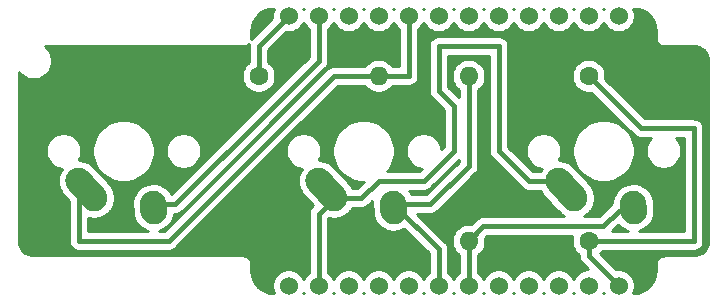
<source format=gbr>
G04 #@! TF.GenerationSoftware,KiCad,Pcbnew,(5.1.9)-1*
G04 #@! TF.CreationDate,2021-01-29T19:09:00+08:00*
G04 #@! TF.ProjectId,board,626f6172-642e-46b6-9963-61645f706362,rev?*
G04 #@! TF.SameCoordinates,Original*
G04 #@! TF.FileFunction,Copper,L1,Top*
G04 #@! TF.FilePolarity,Positive*
%FSLAX46Y46*%
G04 Gerber Fmt 4.6, Leading zero omitted, Abs format (unit mm)*
G04 Created by KiCad (PCBNEW (5.1.9)-1) date 2021-01-29 19:09:00*
%MOMM*%
%LPD*%
G01*
G04 APERTURE LIST*
G04 #@! TA.AperFunction,ComponentPad*
%ADD10C,1.524000*%
G04 #@! TD*
G04 #@! TA.AperFunction,ComponentPad*
%ADD11C,2.250000*%
G04 #@! TD*
G04 #@! TA.AperFunction,ComponentPad*
%ADD12O,1.600000X1.600000*%
G04 #@! TD*
G04 #@! TA.AperFunction,ComponentPad*
%ADD13C,1.600000*%
G04 #@! TD*
G04 #@! TA.AperFunction,Conductor*
%ADD14C,0.400000*%
G04 #@! TD*
G04 #@! TA.AperFunction,NonConductor*
%ADD15C,0.254000*%
G04 #@! TD*
G04 #@! TA.AperFunction,NonConductor*
%ADD16C,0.100000*%
G04 #@! TD*
G04 APERTURE END LIST*
D10*
X139700000Y-119380000D03*
X142240000Y-119380000D03*
X144780000Y-119380000D03*
X147320000Y-119380000D03*
X149860000Y-119380000D03*
X152400000Y-119380000D03*
X154940000Y-119380000D03*
X157480000Y-119380000D03*
X160020000Y-119380000D03*
X162560000Y-119380000D03*
X165100000Y-119380000D03*
X167640000Y-119380000D03*
X139700000Y-96520000D03*
X142240000Y-96520000D03*
X144780000Y-96520000D03*
X147320000Y-96520000D03*
X149860000Y-96520000D03*
X152400000Y-96520000D03*
X154940000Y-96520000D03*
X157480000Y-96520000D03*
X160020000Y-96520000D03*
X162560000Y-96520000D03*
X165100000Y-96520000D03*
X167640000Y-96520000D03*
G04 #@! TA.AperFunction,ComponentPad*
G36*
G01*
X128151524Y-111327740D02*
X128151524Y-111327740D01*
G75*
G02*
X129352260Y-112371524I78476J-1122260D01*
G01*
X129392814Y-112951486D01*
G75*
G02*
X128349030Y-114152222I-1122260J-78476D01*
G01*
X128349030Y-114152222D01*
G75*
G02*
X127148294Y-113108438I-78476J1122260D01*
G01*
X127107740Y-112528476D01*
G75*
G02*
X128151524Y-111327740I1122260J78476D01*
G01*
G37*
G04 #@! TD.AperFunction*
D11*
X128270000Y-113030000D03*
G04 #@! TA.AperFunction,ComponentPad*
G36*
G01*
X121167228Y-109653962D02*
X121167228Y-109653962D01*
G75*
G02*
X122756038Y-109737228I752772J-836038D01*
G01*
X124068576Y-111194948D01*
G75*
G02*
X123985310Y-112783758I-836038J-752772D01*
G01*
X123985310Y-112783758D01*
G75*
G02*
X122396500Y-112700492I-752772J836038D01*
G01*
X121083962Y-111242772D01*
G75*
G02*
X121167228Y-109653962I836038J752772D01*
G01*
G37*
G04 #@! TD.AperFunction*
X123230000Y-111950000D03*
G04 #@! TA.AperFunction,ComponentPad*
G36*
G01*
X168791524Y-111327740D02*
X168791524Y-111327740D01*
G75*
G02*
X169992260Y-112371524I78476J-1122260D01*
G01*
X170032814Y-112951486D01*
G75*
G02*
X168989030Y-114152222I-1122260J-78476D01*
G01*
X168989030Y-114152222D01*
G75*
G02*
X167788294Y-113108438I-78476J1122260D01*
G01*
X167747740Y-112528476D01*
G75*
G02*
X168791524Y-111327740I1122260J78476D01*
G01*
G37*
G04 #@! TD.AperFunction*
X168910000Y-113030000D03*
G04 #@! TA.AperFunction,ComponentPad*
G36*
G01*
X161807228Y-109653962D02*
X161807228Y-109653962D01*
G75*
G02*
X163396038Y-109737228I752772J-836038D01*
G01*
X164708576Y-111194948D01*
G75*
G02*
X164625310Y-112783758I-836038J-752772D01*
G01*
X164625310Y-112783758D01*
G75*
G02*
X163036500Y-112700492I-752772J836038D01*
G01*
X161723962Y-111242772D01*
G75*
G02*
X161807228Y-109653962I836038J752772D01*
G01*
G37*
G04 #@! TD.AperFunction*
X163870000Y-111950000D03*
X143550000Y-111950000D03*
G04 #@! TA.AperFunction,ComponentPad*
G36*
G01*
X141487228Y-109653962D02*
X141487228Y-109653962D01*
G75*
G02*
X143076038Y-109737228I752772J-836038D01*
G01*
X144388576Y-111194948D01*
G75*
G02*
X144305310Y-112783758I-836038J-752772D01*
G01*
X144305310Y-112783758D01*
G75*
G02*
X142716500Y-112700492I-752772J836038D01*
G01*
X141403962Y-111242772D01*
G75*
G02*
X141487228Y-109653962I836038J752772D01*
G01*
G37*
G04 #@! TD.AperFunction*
X148590000Y-113030000D03*
G04 #@! TA.AperFunction,ComponentPad*
G36*
G01*
X148471524Y-111327740D02*
X148471524Y-111327740D01*
G75*
G02*
X149672260Y-112371524I78476J-1122260D01*
G01*
X149712814Y-112951486D01*
G75*
G02*
X148669030Y-114152222I-1122260J-78476D01*
G01*
X148669030Y-114152222D01*
G75*
G02*
X147468294Y-113108438I-78476J1122260D01*
G01*
X147427740Y-112528476D01*
G75*
G02*
X148471524Y-111327740I1122260J78476D01*
G01*
G37*
G04 #@! TD.AperFunction*
D12*
X147320000Y-101600000D03*
D13*
X137160000Y-101600000D03*
X165100000Y-115570000D03*
D12*
X154940000Y-115570000D03*
X154940000Y-101600000D03*
D13*
X165100000Y-101600000D03*
D14*
X142240000Y-100330000D02*
X142240000Y-96520000D01*
X138430000Y-104140000D02*
X142240000Y-100330000D01*
X130120000Y-112450000D02*
X138430000Y-104140000D01*
X128230000Y-112450000D02*
X130120000Y-112450000D01*
X139700000Y-105410000D02*
X143510000Y-101600000D01*
X143510000Y-101600000D02*
X147320000Y-101600000D01*
X147320000Y-101600000D02*
X149860000Y-101600000D01*
X149860000Y-101600000D02*
X149860000Y-96520000D01*
X121920000Y-110640000D02*
X123230000Y-111950000D01*
X121920000Y-110490000D02*
X121920000Y-110640000D01*
X121920000Y-110490000D02*
X121920000Y-115570000D01*
X129540000Y-115570000D02*
X139700000Y-105410000D01*
X121920000Y-115570000D02*
X129540000Y-115570000D01*
X154940000Y-119380000D02*
X154940000Y-115570000D01*
X156190001Y-114319999D02*
X166350001Y-114319999D01*
X154940000Y-115570000D02*
X156190001Y-114319999D01*
X166350001Y-114319999D02*
X167640000Y-113030000D01*
X168870000Y-112990000D02*
X168910000Y-113030000D01*
X168870000Y-112450000D02*
X168870000Y-112990000D01*
X142240000Y-113260000D02*
X143550000Y-111950000D01*
X142240000Y-119380000D02*
X142240000Y-113260000D01*
X142240000Y-110640000D02*
X143550000Y-111950000D01*
X142240000Y-110490000D02*
X142240000Y-110640000D01*
X161868998Y-110490000D02*
X162560000Y-110490000D01*
X145860000Y-111950000D02*
X143550000Y-111950000D01*
X147320000Y-110490000D02*
X145860000Y-111950000D01*
X151130000Y-110490000D02*
X147320000Y-110490000D01*
X153670000Y-107950000D02*
X151130000Y-110490000D01*
X152400000Y-102870000D02*
X153670000Y-104140000D01*
X157480000Y-99060000D02*
X152400000Y-99060000D01*
X153670000Y-104140000D02*
X153670000Y-107950000D01*
X157480000Y-107950000D02*
X157480000Y-99060000D01*
X152400000Y-99060000D02*
X152400000Y-102870000D01*
X160020000Y-110490000D02*
X157480000Y-107950000D01*
X162560000Y-110490000D02*
X160020000Y-110490000D01*
X152400000Y-116300000D02*
X148550000Y-112450000D01*
X152400000Y-119380000D02*
X152400000Y-116300000D01*
X148550000Y-112450000D02*
X151710000Y-112450000D01*
X154940000Y-109220000D02*
X154940000Y-101600000D01*
X151710000Y-112450000D02*
X154940000Y-109220000D01*
X137160000Y-99060000D02*
X139700000Y-96520000D01*
X137160000Y-101600000D02*
X137160000Y-99060000D01*
X165100000Y-116840000D02*
X167640000Y-119380000D01*
X165100000Y-115570000D02*
X165100000Y-116840000D01*
X169545000Y-106045000D02*
X165100000Y-101600000D01*
X173990000Y-106045000D02*
X169545000Y-106045000D01*
X173990000Y-115570000D02*
X173990000Y-106045000D01*
X165100000Y-115570000D02*
X173990000Y-115570000D01*
D15*
X161300569Y-119990000D02*
X161279431Y-119990000D01*
X161290000Y-119964485D01*
X161300569Y-119990000D01*
G04 #@! TA.AperFunction,NonConductor*
D16*
G36*
X161300569Y-119990000D02*
G01*
X161279431Y-119990000D01*
X161290000Y-119964485D01*
X161300569Y-119990000D01*
G37*
G04 #@! TD.AperFunction*
D15*
X156220569Y-119990000D02*
X156199431Y-119990000D01*
X156210000Y-119964485D01*
X156220569Y-119990000D01*
G04 #@! TA.AperFunction,NonConductor*
D16*
G36*
X156220569Y-119990000D02*
G01*
X156199431Y-119990000D01*
X156210000Y-119964485D01*
X156220569Y-119990000D01*
G37*
G04 #@! TD.AperFunction*
D15*
X166380569Y-119990000D02*
X166359431Y-119990000D01*
X166370000Y-119964485D01*
X166380569Y-119990000D01*
G04 #@! TA.AperFunction,NonConductor*
D16*
G36*
X166380569Y-119990000D02*
G01*
X166359431Y-119990000D01*
X166370000Y-119964485D01*
X166380569Y-119990000D01*
G37*
G04 #@! TD.AperFunction*
D15*
X163840569Y-119990000D02*
X163819431Y-119990000D01*
X163830000Y-119964485D01*
X163840569Y-119990000D01*
G04 #@! TA.AperFunction,NonConductor*
D16*
G36*
X163840569Y-119990000D02*
G01*
X163819431Y-119990000D01*
X163830000Y-119964485D01*
X163840569Y-119990000D01*
G37*
G04 #@! TD.AperFunction*
D15*
X140980569Y-119990000D02*
X140959431Y-119990000D01*
X140970000Y-119964485D01*
X140980569Y-119990000D01*
G04 #@! TA.AperFunction,NonConductor*
D16*
G36*
X140980569Y-119990000D02*
G01*
X140959431Y-119990000D01*
X140970000Y-119964485D01*
X140980569Y-119990000D01*
G37*
G04 #@! TD.AperFunction*
D15*
X143520569Y-119990000D02*
X143499431Y-119990000D01*
X143510000Y-119964485D01*
X143520569Y-119990000D01*
G04 #@! TA.AperFunction,NonConductor*
D16*
G36*
X143520569Y-119990000D02*
G01*
X143499431Y-119990000D01*
X143510000Y-119964485D01*
X143520569Y-119990000D01*
G37*
G04 #@! TD.AperFunction*
D15*
X146060569Y-119990000D02*
X146039431Y-119990000D01*
X146050000Y-119964485D01*
X146060569Y-119990000D01*
G04 #@! TA.AperFunction,NonConductor*
D16*
G36*
X146060569Y-119990000D02*
G01*
X146039431Y-119990000D01*
X146050000Y-119964485D01*
X146060569Y-119990000D01*
G37*
G04 #@! TD.AperFunction*
D15*
X148600569Y-119990000D02*
X148579431Y-119990000D01*
X148590000Y-119964485D01*
X148600569Y-119990000D01*
G04 #@! TA.AperFunction,NonConductor*
D16*
G36*
X148600569Y-119990000D02*
G01*
X148579431Y-119990000D01*
X148590000Y-119964485D01*
X148600569Y-119990000D01*
G37*
G04 #@! TD.AperFunction*
D15*
X151140569Y-119990000D02*
X151119431Y-119990000D01*
X151130000Y-119964485D01*
X151140569Y-119990000D01*
G04 #@! TA.AperFunction,NonConductor*
D16*
G36*
X151140569Y-119990000D02*
G01*
X151119431Y-119990000D01*
X151130000Y-119964485D01*
X151140569Y-119990000D01*
G37*
G04 #@! TD.AperFunction*
D15*
X153680569Y-119990000D02*
X153659431Y-119990000D01*
X153670000Y-119964485D01*
X153680569Y-119990000D01*
G04 #@! TA.AperFunction,NonConductor*
D16*
G36*
X153680569Y-119990000D02*
G01*
X153659431Y-119990000D01*
X153670000Y-119964485D01*
X153680569Y-119990000D01*
G37*
G04 #@! TD.AperFunction*
D15*
X158760569Y-119990000D02*
X158739431Y-119990000D01*
X158750000Y-119964485D01*
X158760569Y-119990000D01*
G04 #@! TA.AperFunction,NonConductor*
D16*
G36*
X158760569Y-119990000D02*
G01*
X158739431Y-119990000D01*
X158750000Y-119964485D01*
X158760569Y-119990000D01*
G37*
G04 #@! TD.AperFunction*
D15*
X169274545Y-95948909D02*
X169625208Y-96054780D01*
X169948625Y-96226744D01*
X170232484Y-96458254D01*
X170465965Y-96740486D01*
X170640183Y-97062695D01*
X170748502Y-97412614D01*
X170790000Y-97807443D01*
X170790000Y-98392581D01*
X170786807Y-98425000D01*
X170799550Y-98554383D01*
X170837290Y-98678793D01*
X170898575Y-98793450D01*
X170981052Y-98893948D01*
X171081550Y-98976425D01*
X171196207Y-99037710D01*
X171320617Y-99075450D01*
X171417581Y-99085000D01*
X171450000Y-99088193D01*
X171482419Y-99085000D01*
X173957723Y-99085000D01*
X174231204Y-99111815D01*
X174463226Y-99181867D01*
X174677222Y-99295650D01*
X174865041Y-99448832D01*
X175019530Y-99635577D01*
X175134801Y-99848769D01*
X175206472Y-100080300D01*
X175235001Y-100351734D01*
X175235000Y-115537722D01*
X175208185Y-115811205D01*
X175138133Y-116043226D01*
X175024350Y-116257222D01*
X174871169Y-116445039D01*
X174684424Y-116599529D01*
X174471231Y-116714802D01*
X174239701Y-116786472D01*
X173968276Y-116815000D01*
X171482419Y-116815000D01*
X171450000Y-116811807D01*
X171368886Y-116819796D01*
X171320617Y-116824550D01*
X171196207Y-116862290D01*
X171081550Y-116923575D01*
X170981052Y-117006052D01*
X170898575Y-117106550D01*
X170837290Y-117221207D01*
X170799550Y-117345617D01*
X170786807Y-117475000D01*
X170790000Y-117507419D01*
X170790000Y-118077721D01*
X170751091Y-118474545D01*
X170645220Y-118825206D01*
X170473257Y-119148623D01*
X170241748Y-119432482D01*
X169959514Y-119665965D01*
X169637304Y-119840184D01*
X169287385Y-119948502D01*
X168899744Y-119989245D01*
X168983314Y-119787490D01*
X169037000Y-119517592D01*
X169037000Y-119242408D01*
X168983314Y-118972510D01*
X168878005Y-118718273D01*
X168725120Y-118489465D01*
X168530535Y-118294880D01*
X168301727Y-118141995D01*
X168047490Y-118036686D01*
X167777592Y-117983000D01*
X167502408Y-117983000D01*
X167436898Y-117996031D01*
X166070132Y-116629264D01*
X166214637Y-116484759D01*
X166267930Y-116405000D01*
X173948981Y-116405000D01*
X173990000Y-116409040D01*
X174031018Y-116405000D01*
X174031019Y-116405000D01*
X174153689Y-116392918D01*
X174311087Y-116345172D01*
X174456146Y-116267636D01*
X174583291Y-116163291D01*
X174687636Y-116036146D01*
X174765172Y-115891087D01*
X174812918Y-115733689D01*
X174814722Y-115715371D01*
X174825000Y-115611019D01*
X174825000Y-115611018D01*
X174829040Y-115570000D01*
X174825000Y-115528981D01*
X174825000Y-106086019D01*
X174829040Y-106045000D01*
X174812918Y-105881311D01*
X174765172Y-105723913D01*
X174687636Y-105578854D01*
X174583291Y-105451709D01*
X174456146Y-105347364D01*
X174311087Y-105269828D01*
X174153689Y-105222082D01*
X174031019Y-105210000D01*
X173990000Y-105205960D01*
X173948982Y-105210000D01*
X169890868Y-105210000D01*
X166516285Y-101835418D01*
X166535000Y-101741335D01*
X166535000Y-101458665D01*
X166479853Y-101181426D01*
X166371680Y-100920273D01*
X166214637Y-100685241D01*
X166014759Y-100485363D01*
X165779727Y-100328320D01*
X165518574Y-100220147D01*
X165241335Y-100165000D01*
X164958665Y-100165000D01*
X164681426Y-100220147D01*
X164420273Y-100328320D01*
X164185241Y-100485363D01*
X163985363Y-100685241D01*
X163828320Y-100920273D01*
X163720147Y-101181426D01*
X163665000Y-101458665D01*
X163665000Y-101741335D01*
X163720147Y-102018574D01*
X163828320Y-102279727D01*
X163985363Y-102514759D01*
X164185241Y-102714637D01*
X164420273Y-102871680D01*
X164681426Y-102979853D01*
X164958665Y-103035000D01*
X165241335Y-103035000D01*
X165335418Y-103016285D01*
X168925559Y-106606427D01*
X168951709Y-106638291D01*
X169078854Y-106742636D01*
X169223913Y-106820172D01*
X169381311Y-106867918D01*
X169503981Y-106880000D01*
X169503991Y-106880000D01*
X169544999Y-106884039D01*
X169586007Y-106880000D01*
X170384538Y-106880000D01*
X170277107Y-106987431D01*
X170111856Y-107234747D01*
X169998029Y-107509549D01*
X169940000Y-107801278D01*
X169940000Y-108098722D01*
X169998029Y-108390451D01*
X170111856Y-108665253D01*
X170277107Y-108912569D01*
X170487431Y-109122893D01*
X170734747Y-109288144D01*
X171009549Y-109401971D01*
X171301278Y-109460000D01*
X171598722Y-109460000D01*
X171890451Y-109401971D01*
X172165253Y-109288144D01*
X172412569Y-109122893D01*
X172622893Y-108912569D01*
X172788144Y-108665253D01*
X172901971Y-108390451D01*
X172960000Y-108098722D01*
X172960000Y-107801278D01*
X172901971Y-107509549D01*
X172788144Y-107234747D01*
X172622893Y-106987431D01*
X172515462Y-106880000D01*
X173155001Y-106880000D01*
X173155000Y-114735000D01*
X169378877Y-114735000D01*
X169399624Y-114727088D01*
X169423373Y-114722364D01*
X169555252Y-114667738D01*
X169699658Y-114612668D01*
X169721860Y-114598727D01*
X169743673Y-114589692D01*
X169859422Y-114512351D01*
X169993266Y-114428309D01*
X170012750Y-114409900D01*
X170031935Y-114397081D01*
X170128110Y-114300906D01*
X170245267Y-114190214D01*
X170261095Y-114167921D01*
X170277081Y-114151935D01*
X170351141Y-114041097D01*
X170445974Y-113907530D01*
X170457329Y-113882176D01*
X170469692Y-113863673D01*
X170519893Y-113742478D01*
X170587677Y-113591122D01*
X170593946Y-113563697D01*
X170602364Y-113543373D01*
X170627668Y-113416160D01*
X170664928Y-113253149D01*
X170665732Y-113224800D01*
X170670000Y-113203345D01*
X170670000Y-113074391D01*
X170672297Y-112993435D01*
X170670000Y-112960586D01*
X170670000Y-112856655D01*
X170658793Y-112800313D01*
X170619682Y-112240989D01*
X170576241Y-111984829D01*
X170452706Y-111660896D01*
X170268347Y-111367288D01*
X170030252Y-111115287D01*
X169747568Y-110914580D01*
X169431160Y-110772877D01*
X169093187Y-110695626D01*
X168746638Y-110685793D01*
X168404829Y-110743759D01*
X168080896Y-110867294D01*
X167787288Y-111051653D01*
X167535287Y-111289748D01*
X167334580Y-111572432D01*
X167192877Y-111888840D01*
X167115626Y-112226813D01*
X167111172Y-112383806D01*
X167078570Y-112410562D01*
X166004134Y-113484999D01*
X164740629Y-113484999D01*
X164742934Y-113483458D01*
X164776767Y-113467592D01*
X164875292Y-113395020D01*
X164991935Y-113317081D01*
X165022228Y-113286788D01*
X165055905Y-113261982D01*
X165148211Y-113160805D01*
X165237081Y-113071935D01*
X165258407Y-113040019D01*
X165289567Y-113005864D01*
X165367819Y-112876273D01*
X165429692Y-112783673D01*
X165442708Y-112752251D01*
X165468773Y-112709084D01*
X165524907Y-112553803D01*
X165562364Y-112463373D01*
X165568196Y-112434054D01*
X165586636Y-112383044D01*
X165613273Y-112207437D01*
X165630000Y-112123345D01*
X165630000Y-112097163D01*
X165638629Y-112040275D01*
X165630000Y-111852074D01*
X165630000Y-111776655D01*
X165625506Y-111754063D01*
X165622750Y-111693950D01*
X165575498Y-111502657D01*
X165562364Y-111436627D01*
X165554496Y-111417632D01*
X165539612Y-111357376D01*
X165453322Y-111173374D01*
X165429692Y-111116327D01*
X165419215Y-111100648D01*
X165392410Y-111043489D01*
X165269807Y-110877043D01*
X165237081Y-110828065D01*
X165193189Y-110784173D01*
X163810086Y-109248083D01*
X163618145Y-109072971D01*
X163321365Y-108893765D01*
X162995324Y-108775901D01*
X162652556Y-108723909D01*
X162586941Y-108726917D01*
X162628144Y-108665253D01*
X162741971Y-108390451D01*
X162800000Y-108098722D01*
X162800000Y-107801278D01*
X162778080Y-107691076D01*
X163741100Y-107691076D01*
X163741100Y-108208924D01*
X163842127Y-108716822D01*
X164040299Y-109195251D01*
X164328000Y-109625826D01*
X164694174Y-109992000D01*
X165124749Y-110279701D01*
X165603178Y-110477873D01*
X166111076Y-110578900D01*
X166628924Y-110578900D01*
X167136822Y-110477873D01*
X167615251Y-110279701D01*
X168045826Y-109992000D01*
X168412000Y-109625826D01*
X168699701Y-109195251D01*
X168897873Y-108716822D01*
X168998900Y-108208924D01*
X168998900Y-107691076D01*
X168897873Y-107183178D01*
X168699701Y-106704749D01*
X168412000Y-106274174D01*
X168045826Y-105908000D01*
X167615251Y-105620299D01*
X167136822Y-105422127D01*
X166628924Y-105321100D01*
X166111076Y-105321100D01*
X165603178Y-105422127D01*
X165124749Y-105620299D01*
X164694174Y-105908000D01*
X164328000Y-106274174D01*
X164040299Y-106704749D01*
X163842127Y-107183178D01*
X163741100Y-107691076D01*
X162778080Y-107691076D01*
X162741971Y-107509549D01*
X162628144Y-107234747D01*
X162462893Y-106987431D01*
X162252569Y-106777107D01*
X162005253Y-106611856D01*
X161730451Y-106498029D01*
X161438722Y-106440000D01*
X161141278Y-106440000D01*
X160849549Y-106498029D01*
X160574747Y-106611856D01*
X160327431Y-106777107D01*
X160117107Y-106987431D01*
X159951856Y-107234747D01*
X159838029Y-107509549D01*
X159780000Y-107801278D01*
X159780000Y-108098722D01*
X159838029Y-108390451D01*
X159951856Y-108665253D01*
X160117107Y-108912569D01*
X160327431Y-109122893D01*
X160574747Y-109288144D01*
X160849549Y-109401971D01*
X161127617Y-109457283D01*
X161008228Y-109655000D01*
X160365868Y-109655000D01*
X158315000Y-107604133D01*
X158315000Y-99101019D01*
X158319040Y-99060000D01*
X158302918Y-98896311D01*
X158255172Y-98738913D01*
X158177636Y-98593854D01*
X158073291Y-98466709D01*
X157946146Y-98362364D01*
X157801087Y-98284828D01*
X157643689Y-98237082D01*
X157521019Y-98225000D01*
X157480000Y-98220960D01*
X157438982Y-98225000D01*
X152441018Y-98225000D01*
X152400000Y-98220960D01*
X152358981Y-98225000D01*
X152236311Y-98237082D01*
X152078913Y-98284828D01*
X151933854Y-98362364D01*
X151806709Y-98466709D01*
X151702364Y-98593854D01*
X151624828Y-98738913D01*
X151577082Y-98896311D01*
X151560960Y-99060000D01*
X151565000Y-99101019D01*
X151565001Y-102828972D01*
X151560960Y-102870000D01*
X151577082Y-103033688D01*
X151624828Y-103191086D01*
X151692175Y-103317082D01*
X151702365Y-103336146D01*
X151806710Y-103463291D01*
X151838574Y-103489441D01*
X152835000Y-104485868D01*
X152835001Y-107604131D01*
X152639644Y-107799488D01*
X152581971Y-107509549D01*
X152468144Y-107234747D01*
X152302893Y-106987431D01*
X152092569Y-106777107D01*
X151845253Y-106611856D01*
X151570451Y-106498029D01*
X151278722Y-106440000D01*
X150981278Y-106440000D01*
X150689549Y-106498029D01*
X150414747Y-106611856D01*
X150167431Y-106777107D01*
X149957107Y-106987431D01*
X149791856Y-107234747D01*
X149678029Y-107509549D01*
X149620000Y-107801278D01*
X149620000Y-108098722D01*
X149678029Y-108390451D01*
X149791856Y-108665253D01*
X149957107Y-108912569D01*
X150167431Y-109122893D01*
X150414747Y-109288144D01*
X150689549Y-109401971D01*
X150979489Y-109459644D01*
X150784133Y-109655000D01*
X148062826Y-109655000D01*
X148092000Y-109625826D01*
X148379701Y-109195251D01*
X148577873Y-108716822D01*
X148678900Y-108208924D01*
X148678900Y-107691076D01*
X148577873Y-107183178D01*
X148379701Y-106704749D01*
X148092000Y-106274174D01*
X147725826Y-105908000D01*
X147295251Y-105620299D01*
X146816822Y-105422127D01*
X146308924Y-105321100D01*
X145791076Y-105321100D01*
X145283178Y-105422127D01*
X144804749Y-105620299D01*
X144374174Y-105908000D01*
X144008000Y-106274174D01*
X143720299Y-106704749D01*
X143522127Y-107183178D01*
X143421100Y-107691076D01*
X143421100Y-108208924D01*
X143522127Y-108716822D01*
X143720299Y-109195251D01*
X144008000Y-109625826D01*
X144374174Y-109992000D01*
X144804749Y-110279701D01*
X145283178Y-110477873D01*
X145791076Y-110578900D01*
X146050232Y-110578900D01*
X145514133Y-111115000D01*
X145108805Y-111115000D01*
X145099215Y-111100648D01*
X145072410Y-111043489D01*
X144949807Y-110877043D01*
X144917081Y-110828065D01*
X144873189Y-110784173D01*
X143490086Y-109248083D01*
X143298145Y-109072971D01*
X143001365Y-108893765D01*
X142675324Y-108775901D01*
X142332556Y-108723909D01*
X142266941Y-108726917D01*
X142308144Y-108665253D01*
X142421971Y-108390451D01*
X142480000Y-108098722D01*
X142480000Y-107801278D01*
X142421971Y-107509549D01*
X142308144Y-107234747D01*
X142142893Y-106987431D01*
X141932569Y-106777107D01*
X141685253Y-106611856D01*
X141410451Y-106498029D01*
X141118722Y-106440000D01*
X140821278Y-106440000D01*
X140529549Y-106498029D01*
X140254747Y-106611856D01*
X140007431Y-106777107D01*
X139797107Y-106987431D01*
X139631856Y-107234747D01*
X139518029Y-107509549D01*
X139460000Y-107801278D01*
X139460000Y-108098722D01*
X139518029Y-108390451D01*
X139631856Y-108665253D01*
X139797107Y-108912569D01*
X140007431Y-109122893D01*
X140254747Y-109288144D01*
X140529549Y-109401971D01*
X140807617Y-109457283D01*
X140643765Y-109728635D01*
X140525901Y-110054676D01*
X140473909Y-110397444D01*
X140489788Y-110743769D01*
X140572925Y-111080343D01*
X140720128Y-111394229D01*
X140874218Y-111603423D01*
X141746709Y-112572423D01*
X141678574Y-112640559D01*
X141646710Y-112666709D01*
X141611934Y-112709084D01*
X141542364Y-112793855D01*
X141464828Y-112938914D01*
X141417082Y-113096312D01*
X141400960Y-113260000D01*
X141405001Y-113301028D01*
X141405000Y-118257772D01*
X141349465Y-118294880D01*
X141154880Y-118489465D01*
X141001995Y-118718273D01*
X140970000Y-118795515D01*
X140938005Y-118718273D01*
X140785120Y-118489465D01*
X140590535Y-118294880D01*
X140361727Y-118141995D01*
X140107490Y-118036686D01*
X139837592Y-117983000D01*
X139562408Y-117983000D01*
X139292510Y-118036686D01*
X139038273Y-118141995D01*
X138809465Y-118294880D01*
X138614880Y-118489465D01*
X138461995Y-118718273D01*
X138356686Y-118972510D01*
X138303000Y-119242408D01*
X138303000Y-119517592D01*
X138356686Y-119787490D01*
X138439650Y-119987781D01*
X138065455Y-119951091D01*
X137714794Y-119845220D01*
X137391377Y-119673257D01*
X137107518Y-119441748D01*
X136874035Y-119159514D01*
X136699816Y-118837304D01*
X136591498Y-118487385D01*
X136550000Y-118092557D01*
X136550000Y-117507419D01*
X136553193Y-117475000D01*
X136540450Y-117345617D01*
X136502710Y-117221207D01*
X136441425Y-117106550D01*
X136358948Y-117006052D01*
X136258450Y-116923575D01*
X136143793Y-116862290D01*
X136019383Y-116824550D01*
X135971114Y-116819796D01*
X135890000Y-116811807D01*
X135857581Y-116815000D01*
X118142277Y-116815000D01*
X117868795Y-116788185D01*
X117636774Y-116718133D01*
X117422778Y-116604350D01*
X117234961Y-116451169D01*
X117080471Y-116264424D01*
X116965198Y-116051231D01*
X116893528Y-115819701D01*
X116865000Y-115548276D01*
X116865000Y-101293421D01*
X116890169Y-101331089D01*
X117108911Y-101549831D01*
X117366124Y-101721695D01*
X117651923Y-101840077D01*
X117955326Y-101900427D01*
X118264674Y-101900427D01*
X118568077Y-101840077D01*
X118853876Y-101721695D01*
X119111089Y-101549831D01*
X119329831Y-101331089D01*
X119501695Y-101073876D01*
X119620077Y-100788077D01*
X119680427Y-100484674D01*
X119680427Y-100175326D01*
X119620077Y-99871923D01*
X119501695Y-99586124D01*
X119329831Y-99328911D01*
X119111089Y-99110169D01*
X119073421Y-99085000D01*
X135857581Y-99085000D01*
X135890000Y-99088193D01*
X135922419Y-99085000D01*
X136019383Y-99075450D01*
X136143793Y-99037710D01*
X136258450Y-98976425D01*
X136335412Y-98913263D01*
X136320960Y-99060000D01*
X136325001Y-99101028D01*
X136325000Y-100432070D01*
X136245241Y-100485363D01*
X136045363Y-100685241D01*
X135888320Y-100920273D01*
X135780147Y-101181426D01*
X135725000Y-101458665D01*
X135725000Y-101741335D01*
X135780147Y-102018574D01*
X135888320Y-102279727D01*
X136045363Y-102514759D01*
X136245241Y-102714637D01*
X136480273Y-102871680D01*
X136741426Y-102979853D01*
X137018665Y-103035000D01*
X137301335Y-103035000D01*
X137578574Y-102979853D01*
X137839727Y-102871680D01*
X138074759Y-102714637D01*
X138274637Y-102514759D01*
X138431680Y-102279727D01*
X138539853Y-102018574D01*
X138595000Y-101741335D01*
X138595000Y-101458665D01*
X138539853Y-101181426D01*
X138431680Y-100920273D01*
X138274637Y-100685241D01*
X138074759Y-100485363D01*
X137995000Y-100432070D01*
X137995000Y-99405867D01*
X139496898Y-97903969D01*
X139562408Y-97917000D01*
X139837592Y-97917000D01*
X140107490Y-97863314D01*
X140361727Y-97758005D01*
X140590535Y-97605120D01*
X140785120Y-97410535D01*
X140938005Y-97181727D01*
X140970000Y-97104485D01*
X141001995Y-97181727D01*
X141154880Y-97410535D01*
X141349465Y-97605120D01*
X141405001Y-97642228D01*
X141405000Y-99984131D01*
X137868581Y-103520552D01*
X137868570Y-103520561D01*
X129780125Y-111609008D01*
X129628347Y-111367288D01*
X129390252Y-111115287D01*
X129107568Y-110914580D01*
X128791160Y-110772877D01*
X128453187Y-110695626D01*
X128106638Y-110685793D01*
X127764829Y-110743759D01*
X127440896Y-110867294D01*
X127147288Y-111051653D01*
X126895287Y-111289748D01*
X126694580Y-111572432D01*
X126552877Y-111888840D01*
X126475626Y-112226813D01*
X126468257Y-112486526D01*
X126510000Y-113083492D01*
X126510000Y-113203345D01*
X126542760Y-113368039D01*
X126564313Y-113495133D01*
X126572104Y-113515563D01*
X126577636Y-113543373D01*
X126641609Y-113697817D01*
X126687848Y-113819066D01*
X126699552Y-113837706D01*
X126710308Y-113863673D01*
X126802378Y-114001465D01*
X126872207Y-114112674D01*
X126887503Y-114128863D01*
X126902919Y-114151935D01*
X127018581Y-114267597D01*
X127110302Y-114364675D01*
X127128775Y-114377791D01*
X127148065Y-114397081D01*
X127281817Y-114486451D01*
X127392986Y-114565382D01*
X127414089Y-114574833D01*
X127436327Y-114589692D01*
X127581992Y-114650028D01*
X127709394Y-114707085D01*
X127732479Y-114712362D01*
X127756627Y-114722364D01*
X127820152Y-114735000D01*
X122755000Y-114735000D01*
X122755000Y-113649997D01*
X122776149Y-113654204D01*
X122797212Y-113661818D01*
X122869724Y-113672817D01*
X123056655Y-113710000D01*
X123114857Y-113710000D01*
X123139981Y-113713811D01*
X123223100Y-113710000D01*
X123403345Y-113710000D01*
X123457337Y-113699260D01*
X123486307Y-113697932D01*
X123578496Y-113675160D01*
X123743373Y-113642364D01*
X123790805Y-113622717D01*
X123822881Y-113614794D01*
X123920829Y-113568859D01*
X124063673Y-113509692D01*
X124102934Y-113483458D01*
X124136767Y-113467592D01*
X124235292Y-113395020D01*
X124351935Y-113317081D01*
X124382228Y-113286788D01*
X124415905Y-113261982D01*
X124508211Y-113160805D01*
X124597081Y-113071935D01*
X124618407Y-113040019D01*
X124649567Y-113005864D01*
X124727819Y-112876273D01*
X124789692Y-112783673D01*
X124802708Y-112752251D01*
X124828773Y-112709084D01*
X124884907Y-112553803D01*
X124922364Y-112463373D01*
X124928196Y-112434054D01*
X124946636Y-112383044D01*
X124973273Y-112207437D01*
X124990000Y-112123345D01*
X124990000Y-112097163D01*
X124998629Y-112040275D01*
X124990000Y-111852074D01*
X124990000Y-111776655D01*
X124985506Y-111754063D01*
X124982750Y-111693950D01*
X124935498Y-111502657D01*
X124922364Y-111436627D01*
X124914496Y-111417632D01*
X124899612Y-111357376D01*
X124813322Y-111173374D01*
X124789692Y-111116327D01*
X124779215Y-111100648D01*
X124752410Y-111043489D01*
X124629807Y-110877043D01*
X124597081Y-110828065D01*
X124553189Y-110784173D01*
X123170086Y-109248083D01*
X122978145Y-109072971D01*
X122681365Y-108893765D01*
X122355324Y-108775901D01*
X122012556Y-108723909D01*
X121946941Y-108726917D01*
X121988144Y-108665253D01*
X122101971Y-108390451D01*
X122160000Y-108098722D01*
X122160000Y-107801278D01*
X122138080Y-107691076D01*
X123101100Y-107691076D01*
X123101100Y-108208924D01*
X123202127Y-108716822D01*
X123400299Y-109195251D01*
X123688000Y-109625826D01*
X124054174Y-109992000D01*
X124484749Y-110279701D01*
X124963178Y-110477873D01*
X125471076Y-110578900D01*
X125988924Y-110578900D01*
X126496822Y-110477873D01*
X126975251Y-110279701D01*
X127405826Y-109992000D01*
X127772000Y-109625826D01*
X128059701Y-109195251D01*
X128257873Y-108716822D01*
X128358900Y-108208924D01*
X128358900Y-107801278D01*
X129300000Y-107801278D01*
X129300000Y-108098722D01*
X129358029Y-108390451D01*
X129471856Y-108665253D01*
X129637107Y-108912569D01*
X129847431Y-109122893D01*
X130094747Y-109288144D01*
X130369549Y-109401971D01*
X130661278Y-109460000D01*
X130958722Y-109460000D01*
X131250451Y-109401971D01*
X131525253Y-109288144D01*
X131772569Y-109122893D01*
X131982893Y-108912569D01*
X132148144Y-108665253D01*
X132261971Y-108390451D01*
X132320000Y-108098722D01*
X132320000Y-107801278D01*
X132261971Y-107509549D01*
X132148144Y-107234747D01*
X131982893Y-106987431D01*
X131772569Y-106777107D01*
X131525253Y-106611856D01*
X131250451Y-106498029D01*
X130958722Y-106440000D01*
X130661278Y-106440000D01*
X130369549Y-106498029D01*
X130094747Y-106611856D01*
X129847431Y-106777107D01*
X129637107Y-106987431D01*
X129471856Y-107234747D01*
X129358029Y-107509549D01*
X129300000Y-107801278D01*
X128358900Y-107801278D01*
X128358900Y-107691076D01*
X128257873Y-107183178D01*
X128059701Y-106704749D01*
X127772000Y-106274174D01*
X127405826Y-105908000D01*
X126975251Y-105620299D01*
X126496822Y-105422127D01*
X125988924Y-105321100D01*
X125471076Y-105321100D01*
X124963178Y-105422127D01*
X124484749Y-105620299D01*
X124054174Y-105908000D01*
X123688000Y-106274174D01*
X123400299Y-106704749D01*
X123202127Y-107183178D01*
X123101100Y-107691076D01*
X122138080Y-107691076D01*
X122101971Y-107509549D01*
X121988144Y-107234747D01*
X121822893Y-106987431D01*
X121612569Y-106777107D01*
X121365253Y-106611856D01*
X121090451Y-106498029D01*
X120798722Y-106440000D01*
X120501278Y-106440000D01*
X120209549Y-106498029D01*
X119934747Y-106611856D01*
X119687431Y-106777107D01*
X119477107Y-106987431D01*
X119311856Y-107234747D01*
X119198029Y-107509549D01*
X119140000Y-107801278D01*
X119140000Y-108098722D01*
X119198029Y-108390451D01*
X119311856Y-108665253D01*
X119477107Y-108912569D01*
X119687431Y-109122893D01*
X119934747Y-109288144D01*
X120209549Y-109401971D01*
X120487617Y-109457283D01*
X120323765Y-109728635D01*
X120205901Y-110054676D01*
X120153909Y-110397444D01*
X120169788Y-110743769D01*
X120252925Y-111080343D01*
X120400128Y-111394229D01*
X120554218Y-111603423D01*
X121085000Y-112192917D01*
X121085001Y-115528971D01*
X121080960Y-115570000D01*
X121097082Y-115733689D01*
X121144828Y-115891087D01*
X121222364Y-116036146D01*
X121326709Y-116163291D01*
X121453854Y-116267636D01*
X121598913Y-116345172D01*
X121756311Y-116392918D01*
X121878981Y-116405000D01*
X121878982Y-116405000D01*
X121920000Y-116409040D01*
X121961019Y-116405000D01*
X129498982Y-116405000D01*
X129540000Y-116409040D01*
X129581018Y-116405000D01*
X129581019Y-116405000D01*
X129703689Y-116392918D01*
X129861087Y-116345172D01*
X130006146Y-116267636D01*
X130133291Y-116163291D01*
X130159446Y-116131421D01*
X140319439Y-105971430D01*
X140319448Y-105971419D01*
X143855869Y-102435000D01*
X146152070Y-102435000D01*
X146205363Y-102514759D01*
X146405241Y-102714637D01*
X146640273Y-102871680D01*
X146901426Y-102979853D01*
X147178665Y-103035000D01*
X147461335Y-103035000D01*
X147738574Y-102979853D01*
X147999727Y-102871680D01*
X148234759Y-102714637D01*
X148434637Y-102514759D01*
X148487930Y-102435000D01*
X149818981Y-102435000D01*
X149860000Y-102439040D01*
X149901018Y-102435000D01*
X149901019Y-102435000D01*
X150023689Y-102422918D01*
X150181087Y-102375172D01*
X150326146Y-102297636D01*
X150453291Y-102193291D01*
X150557636Y-102066146D01*
X150635172Y-101921087D01*
X150682918Y-101763689D01*
X150699040Y-101600000D01*
X150695000Y-101558981D01*
X150695000Y-97642227D01*
X150750535Y-97605120D01*
X150945120Y-97410535D01*
X151098005Y-97181727D01*
X151130000Y-97104485D01*
X151161995Y-97181727D01*
X151314880Y-97410535D01*
X151509465Y-97605120D01*
X151738273Y-97758005D01*
X151992510Y-97863314D01*
X152262408Y-97917000D01*
X152537592Y-97917000D01*
X152807490Y-97863314D01*
X153061727Y-97758005D01*
X153290535Y-97605120D01*
X153485120Y-97410535D01*
X153638005Y-97181727D01*
X153670000Y-97104485D01*
X153701995Y-97181727D01*
X153854880Y-97410535D01*
X154049465Y-97605120D01*
X154278273Y-97758005D01*
X154532510Y-97863314D01*
X154802408Y-97917000D01*
X155077592Y-97917000D01*
X155347490Y-97863314D01*
X155601727Y-97758005D01*
X155830535Y-97605120D01*
X156025120Y-97410535D01*
X156178005Y-97181727D01*
X156210000Y-97104485D01*
X156241995Y-97181727D01*
X156394880Y-97410535D01*
X156589465Y-97605120D01*
X156818273Y-97758005D01*
X157072510Y-97863314D01*
X157342408Y-97917000D01*
X157617592Y-97917000D01*
X157887490Y-97863314D01*
X158141727Y-97758005D01*
X158370535Y-97605120D01*
X158565120Y-97410535D01*
X158718005Y-97181727D01*
X158750000Y-97104485D01*
X158781995Y-97181727D01*
X158934880Y-97410535D01*
X159129465Y-97605120D01*
X159358273Y-97758005D01*
X159612510Y-97863314D01*
X159882408Y-97917000D01*
X160157592Y-97917000D01*
X160427490Y-97863314D01*
X160681727Y-97758005D01*
X160910535Y-97605120D01*
X161105120Y-97410535D01*
X161258005Y-97181727D01*
X161290000Y-97104485D01*
X161321995Y-97181727D01*
X161474880Y-97410535D01*
X161669465Y-97605120D01*
X161898273Y-97758005D01*
X162152510Y-97863314D01*
X162422408Y-97917000D01*
X162697592Y-97917000D01*
X162967490Y-97863314D01*
X163221727Y-97758005D01*
X163450535Y-97605120D01*
X163645120Y-97410535D01*
X163798005Y-97181727D01*
X163830000Y-97104485D01*
X163861995Y-97181727D01*
X164014880Y-97410535D01*
X164209465Y-97605120D01*
X164438273Y-97758005D01*
X164692510Y-97863314D01*
X164962408Y-97917000D01*
X165237592Y-97917000D01*
X165507490Y-97863314D01*
X165761727Y-97758005D01*
X165990535Y-97605120D01*
X166185120Y-97410535D01*
X166338005Y-97181727D01*
X166370000Y-97104485D01*
X166401995Y-97181727D01*
X166554880Y-97410535D01*
X166749465Y-97605120D01*
X166978273Y-97758005D01*
X167232510Y-97863314D01*
X167502408Y-97917000D01*
X167777592Y-97917000D01*
X168047490Y-97863314D01*
X168301727Y-97758005D01*
X168530535Y-97605120D01*
X168725120Y-97410535D01*
X168878005Y-97181727D01*
X168983314Y-96927490D01*
X169037000Y-96657592D01*
X169037000Y-96382408D01*
X168983314Y-96112510D01*
X168900350Y-95912219D01*
X169274545Y-95948909D01*
G04 #@! TA.AperFunction,NonConductor*
D16*
G36*
X169274545Y-95948909D02*
G01*
X169625208Y-96054780D01*
X169948625Y-96226744D01*
X170232484Y-96458254D01*
X170465965Y-96740486D01*
X170640183Y-97062695D01*
X170748502Y-97412614D01*
X170790000Y-97807443D01*
X170790000Y-98392581D01*
X170786807Y-98425000D01*
X170799550Y-98554383D01*
X170837290Y-98678793D01*
X170898575Y-98793450D01*
X170981052Y-98893948D01*
X171081550Y-98976425D01*
X171196207Y-99037710D01*
X171320617Y-99075450D01*
X171417581Y-99085000D01*
X171450000Y-99088193D01*
X171482419Y-99085000D01*
X173957723Y-99085000D01*
X174231204Y-99111815D01*
X174463226Y-99181867D01*
X174677222Y-99295650D01*
X174865041Y-99448832D01*
X175019530Y-99635577D01*
X175134801Y-99848769D01*
X175206472Y-100080300D01*
X175235001Y-100351734D01*
X175235000Y-115537722D01*
X175208185Y-115811205D01*
X175138133Y-116043226D01*
X175024350Y-116257222D01*
X174871169Y-116445039D01*
X174684424Y-116599529D01*
X174471231Y-116714802D01*
X174239701Y-116786472D01*
X173968276Y-116815000D01*
X171482419Y-116815000D01*
X171450000Y-116811807D01*
X171368886Y-116819796D01*
X171320617Y-116824550D01*
X171196207Y-116862290D01*
X171081550Y-116923575D01*
X170981052Y-117006052D01*
X170898575Y-117106550D01*
X170837290Y-117221207D01*
X170799550Y-117345617D01*
X170786807Y-117475000D01*
X170790000Y-117507419D01*
X170790000Y-118077721D01*
X170751091Y-118474545D01*
X170645220Y-118825206D01*
X170473257Y-119148623D01*
X170241748Y-119432482D01*
X169959514Y-119665965D01*
X169637304Y-119840184D01*
X169287385Y-119948502D01*
X168899744Y-119989245D01*
X168983314Y-119787490D01*
X169037000Y-119517592D01*
X169037000Y-119242408D01*
X168983314Y-118972510D01*
X168878005Y-118718273D01*
X168725120Y-118489465D01*
X168530535Y-118294880D01*
X168301727Y-118141995D01*
X168047490Y-118036686D01*
X167777592Y-117983000D01*
X167502408Y-117983000D01*
X167436898Y-117996031D01*
X166070132Y-116629264D01*
X166214637Y-116484759D01*
X166267930Y-116405000D01*
X173948981Y-116405000D01*
X173990000Y-116409040D01*
X174031018Y-116405000D01*
X174031019Y-116405000D01*
X174153689Y-116392918D01*
X174311087Y-116345172D01*
X174456146Y-116267636D01*
X174583291Y-116163291D01*
X174687636Y-116036146D01*
X174765172Y-115891087D01*
X174812918Y-115733689D01*
X174814722Y-115715371D01*
X174825000Y-115611019D01*
X174825000Y-115611018D01*
X174829040Y-115570000D01*
X174825000Y-115528981D01*
X174825000Y-106086019D01*
X174829040Y-106045000D01*
X174812918Y-105881311D01*
X174765172Y-105723913D01*
X174687636Y-105578854D01*
X174583291Y-105451709D01*
X174456146Y-105347364D01*
X174311087Y-105269828D01*
X174153689Y-105222082D01*
X174031019Y-105210000D01*
X173990000Y-105205960D01*
X173948982Y-105210000D01*
X169890868Y-105210000D01*
X166516285Y-101835418D01*
X166535000Y-101741335D01*
X166535000Y-101458665D01*
X166479853Y-101181426D01*
X166371680Y-100920273D01*
X166214637Y-100685241D01*
X166014759Y-100485363D01*
X165779727Y-100328320D01*
X165518574Y-100220147D01*
X165241335Y-100165000D01*
X164958665Y-100165000D01*
X164681426Y-100220147D01*
X164420273Y-100328320D01*
X164185241Y-100485363D01*
X163985363Y-100685241D01*
X163828320Y-100920273D01*
X163720147Y-101181426D01*
X163665000Y-101458665D01*
X163665000Y-101741335D01*
X163720147Y-102018574D01*
X163828320Y-102279727D01*
X163985363Y-102514759D01*
X164185241Y-102714637D01*
X164420273Y-102871680D01*
X164681426Y-102979853D01*
X164958665Y-103035000D01*
X165241335Y-103035000D01*
X165335418Y-103016285D01*
X168925559Y-106606427D01*
X168951709Y-106638291D01*
X169078854Y-106742636D01*
X169223913Y-106820172D01*
X169381311Y-106867918D01*
X169503981Y-106880000D01*
X169503991Y-106880000D01*
X169544999Y-106884039D01*
X169586007Y-106880000D01*
X170384538Y-106880000D01*
X170277107Y-106987431D01*
X170111856Y-107234747D01*
X169998029Y-107509549D01*
X169940000Y-107801278D01*
X169940000Y-108098722D01*
X169998029Y-108390451D01*
X170111856Y-108665253D01*
X170277107Y-108912569D01*
X170487431Y-109122893D01*
X170734747Y-109288144D01*
X171009549Y-109401971D01*
X171301278Y-109460000D01*
X171598722Y-109460000D01*
X171890451Y-109401971D01*
X172165253Y-109288144D01*
X172412569Y-109122893D01*
X172622893Y-108912569D01*
X172788144Y-108665253D01*
X172901971Y-108390451D01*
X172960000Y-108098722D01*
X172960000Y-107801278D01*
X172901971Y-107509549D01*
X172788144Y-107234747D01*
X172622893Y-106987431D01*
X172515462Y-106880000D01*
X173155001Y-106880000D01*
X173155000Y-114735000D01*
X169378877Y-114735000D01*
X169399624Y-114727088D01*
X169423373Y-114722364D01*
X169555252Y-114667738D01*
X169699658Y-114612668D01*
X169721860Y-114598727D01*
X169743673Y-114589692D01*
X169859422Y-114512351D01*
X169993266Y-114428309D01*
X170012750Y-114409900D01*
X170031935Y-114397081D01*
X170128110Y-114300906D01*
X170245267Y-114190214D01*
X170261095Y-114167921D01*
X170277081Y-114151935D01*
X170351141Y-114041097D01*
X170445974Y-113907530D01*
X170457329Y-113882176D01*
X170469692Y-113863673D01*
X170519893Y-113742478D01*
X170587677Y-113591122D01*
X170593946Y-113563697D01*
X170602364Y-113543373D01*
X170627668Y-113416160D01*
X170664928Y-113253149D01*
X170665732Y-113224800D01*
X170670000Y-113203345D01*
X170670000Y-113074391D01*
X170672297Y-112993435D01*
X170670000Y-112960586D01*
X170670000Y-112856655D01*
X170658793Y-112800313D01*
X170619682Y-112240989D01*
X170576241Y-111984829D01*
X170452706Y-111660896D01*
X170268347Y-111367288D01*
X170030252Y-111115287D01*
X169747568Y-110914580D01*
X169431160Y-110772877D01*
X169093187Y-110695626D01*
X168746638Y-110685793D01*
X168404829Y-110743759D01*
X168080896Y-110867294D01*
X167787288Y-111051653D01*
X167535287Y-111289748D01*
X167334580Y-111572432D01*
X167192877Y-111888840D01*
X167115626Y-112226813D01*
X167111172Y-112383806D01*
X167078570Y-112410562D01*
X166004134Y-113484999D01*
X164740629Y-113484999D01*
X164742934Y-113483458D01*
X164776767Y-113467592D01*
X164875292Y-113395020D01*
X164991935Y-113317081D01*
X165022228Y-113286788D01*
X165055905Y-113261982D01*
X165148211Y-113160805D01*
X165237081Y-113071935D01*
X165258407Y-113040019D01*
X165289567Y-113005864D01*
X165367819Y-112876273D01*
X165429692Y-112783673D01*
X165442708Y-112752251D01*
X165468773Y-112709084D01*
X165524907Y-112553803D01*
X165562364Y-112463373D01*
X165568196Y-112434054D01*
X165586636Y-112383044D01*
X165613273Y-112207437D01*
X165630000Y-112123345D01*
X165630000Y-112097163D01*
X165638629Y-112040275D01*
X165630000Y-111852074D01*
X165630000Y-111776655D01*
X165625506Y-111754063D01*
X165622750Y-111693950D01*
X165575498Y-111502657D01*
X165562364Y-111436627D01*
X165554496Y-111417632D01*
X165539612Y-111357376D01*
X165453322Y-111173374D01*
X165429692Y-111116327D01*
X165419215Y-111100648D01*
X165392410Y-111043489D01*
X165269807Y-110877043D01*
X165237081Y-110828065D01*
X165193189Y-110784173D01*
X163810086Y-109248083D01*
X163618145Y-109072971D01*
X163321365Y-108893765D01*
X162995324Y-108775901D01*
X162652556Y-108723909D01*
X162586941Y-108726917D01*
X162628144Y-108665253D01*
X162741971Y-108390451D01*
X162800000Y-108098722D01*
X162800000Y-107801278D01*
X162778080Y-107691076D01*
X163741100Y-107691076D01*
X163741100Y-108208924D01*
X163842127Y-108716822D01*
X164040299Y-109195251D01*
X164328000Y-109625826D01*
X164694174Y-109992000D01*
X165124749Y-110279701D01*
X165603178Y-110477873D01*
X166111076Y-110578900D01*
X166628924Y-110578900D01*
X167136822Y-110477873D01*
X167615251Y-110279701D01*
X168045826Y-109992000D01*
X168412000Y-109625826D01*
X168699701Y-109195251D01*
X168897873Y-108716822D01*
X168998900Y-108208924D01*
X168998900Y-107691076D01*
X168897873Y-107183178D01*
X168699701Y-106704749D01*
X168412000Y-106274174D01*
X168045826Y-105908000D01*
X167615251Y-105620299D01*
X167136822Y-105422127D01*
X166628924Y-105321100D01*
X166111076Y-105321100D01*
X165603178Y-105422127D01*
X165124749Y-105620299D01*
X164694174Y-105908000D01*
X164328000Y-106274174D01*
X164040299Y-106704749D01*
X163842127Y-107183178D01*
X163741100Y-107691076D01*
X162778080Y-107691076D01*
X162741971Y-107509549D01*
X162628144Y-107234747D01*
X162462893Y-106987431D01*
X162252569Y-106777107D01*
X162005253Y-106611856D01*
X161730451Y-106498029D01*
X161438722Y-106440000D01*
X161141278Y-106440000D01*
X160849549Y-106498029D01*
X160574747Y-106611856D01*
X160327431Y-106777107D01*
X160117107Y-106987431D01*
X159951856Y-107234747D01*
X159838029Y-107509549D01*
X159780000Y-107801278D01*
X159780000Y-108098722D01*
X159838029Y-108390451D01*
X159951856Y-108665253D01*
X160117107Y-108912569D01*
X160327431Y-109122893D01*
X160574747Y-109288144D01*
X160849549Y-109401971D01*
X161127617Y-109457283D01*
X161008228Y-109655000D01*
X160365868Y-109655000D01*
X158315000Y-107604133D01*
X158315000Y-99101019D01*
X158319040Y-99060000D01*
X158302918Y-98896311D01*
X158255172Y-98738913D01*
X158177636Y-98593854D01*
X158073291Y-98466709D01*
X157946146Y-98362364D01*
X157801087Y-98284828D01*
X157643689Y-98237082D01*
X157521019Y-98225000D01*
X157480000Y-98220960D01*
X157438982Y-98225000D01*
X152441018Y-98225000D01*
X152400000Y-98220960D01*
X152358981Y-98225000D01*
X152236311Y-98237082D01*
X152078913Y-98284828D01*
X151933854Y-98362364D01*
X151806709Y-98466709D01*
X151702364Y-98593854D01*
X151624828Y-98738913D01*
X151577082Y-98896311D01*
X151560960Y-99060000D01*
X151565000Y-99101019D01*
X151565001Y-102828972D01*
X151560960Y-102870000D01*
X151577082Y-103033688D01*
X151624828Y-103191086D01*
X151692175Y-103317082D01*
X151702365Y-103336146D01*
X151806710Y-103463291D01*
X151838574Y-103489441D01*
X152835000Y-104485868D01*
X152835001Y-107604131D01*
X152639644Y-107799488D01*
X152581971Y-107509549D01*
X152468144Y-107234747D01*
X152302893Y-106987431D01*
X152092569Y-106777107D01*
X151845253Y-106611856D01*
X151570451Y-106498029D01*
X151278722Y-106440000D01*
X150981278Y-106440000D01*
X150689549Y-106498029D01*
X150414747Y-106611856D01*
X150167431Y-106777107D01*
X149957107Y-106987431D01*
X149791856Y-107234747D01*
X149678029Y-107509549D01*
X149620000Y-107801278D01*
X149620000Y-108098722D01*
X149678029Y-108390451D01*
X149791856Y-108665253D01*
X149957107Y-108912569D01*
X150167431Y-109122893D01*
X150414747Y-109288144D01*
X150689549Y-109401971D01*
X150979489Y-109459644D01*
X150784133Y-109655000D01*
X148062826Y-109655000D01*
X148092000Y-109625826D01*
X148379701Y-109195251D01*
X148577873Y-108716822D01*
X148678900Y-108208924D01*
X148678900Y-107691076D01*
X148577873Y-107183178D01*
X148379701Y-106704749D01*
X148092000Y-106274174D01*
X147725826Y-105908000D01*
X147295251Y-105620299D01*
X146816822Y-105422127D01*
X146308924Y-105321100D01*
X145791076Y-105321100D01*
X145283178Y-105422127D01*
X144804749Y-105620299D01*
X144374174Y-105908000D01*
X144008000Y-106274174D01*
X143720299Y-106704749D01*
X143522127Y-107183178D01*
X143421100Y-107691076D01*
X143421100Y-108208924D01*
X143522127Y-108716822D01*
X143720299Y-109195251D01*
X144008000Y-109625826D01*
X144374174Y-109992000D01*
X144804749Y-110279701D01*
X145283178Y-110477873D01*
X145791076Y-110578900D01*
X146050232Y-110578900D01*
X145514133Y-111115000D01*
X145108805Y-111115000D01*
X145099215Y-111100648D01*
X145072410Y-111043489D01*
X144949807Y-110877043D01*
X144917081Y-110828065D01*
X144873189Y-110784173D01*
X143490086Y-109248083D01*
X143298145Y-109072971D01*
X143001365Y-108893765D01*
X142675324Y-108775901D01*
X142332556Y-108723909D01*
X142266941Y-108726917D01*
X142308144Y-108665253D01*
X142421971Y-108390451D01*
X142480000Y-108098722D01*
X142480000Y-107801278D01*
X142421971Y-107509549D01*
X142308144Y-107234747D01*
X142142893Y-106987431D01*
X141932569Y-106777107D01*
X141685253Y-106611856D01*
X141410451Y-106498029D01*
X141118722Y-106440000D01*
X140821278Y-106440000D01*
X140529549Y-106498029D01*
X140254747Y-106611856D01*
X140007431Y-106777107D01*
X139797107Y-106987431D01*
X139631856Y-107234747D01*
X139518029Y-107509549D01*
X139460000Y-107801278D01*
X139460000Y-108098722D01*
X139518029Y-108390451D01*
X139631856Y-108665253D01*
X139797107Y-108912569D01*
X140007431Y-109122893D01*
X140254747Y-109288144D01*
X140529549Y-109401971D01*
X140807617Y-109457283D01*
X140643765Y-109728635D01*
X140525901Y-110054676D01*
X140473909Y-110397444D01*
X140489788Y-110743769D01*
X140572925Y-111080343D01*
X140720128Y-111394229D01*
X140874218Y-111603423D01*
X141746709Y-112572423D01*
X141678574Y-112640559D01*
X141646710Y-112666709D01*
X141611934Y-112709084D01*
X141542364Y-112793855D01*
X141464828Y-112938914D01*
X141417082Y-113096312D01*
X141400960Y-113260000D01*
X141405001Y-113301028D01*
X141405000Y-118257772D01*
X141349465Y-118294880D01*
X141154880Y-118489465D01*
X141001995Y-118718273D01*
X140970000Y-118795515D01*
X140938005Y-118718273D01*
X140785120Y-118489465D01*
X140590535Y-118294880D01*
X140361727Y-118141995D01*
X140107490Y-118036686D01*
X139837592Y-117983000D01*
X139562408Y-117983000D01*
X139292510Y-118036686D01*
X139038273Y-118141995D01*
X138809465Y-118294880D01*
X138614880Y-118489465D01*
X138461995Y-118718273D01*
X138356686Y-118972510D01*
X138303000Y-119242408D01*
X138303000Y-119517592D01*
X138356686Y-119787490D01*
X138439650Y-119987781D01*
X138065455Y-119951091D01*
X137714794Y-119845220D01*
X137391377Y-119673257D01*
X137107518Y-119441748D01*
X136874035Y-119159514D01*
X136699816Y-118837304D01*
X136591498Y-118487385D01*
X136550000Y-118092557D01*
X136550000Y-117507419D01*
X136553193Y-117475000D01*
X136540450Y-117345617D01*
X136502710Y-117221207D01*
X136441425Y-117106550D01*
X136358948Y-117006052D01*
X136258450Y-116923575D01*
X136143793Y-116862290D01*
X136019383Y-116824550D01*
X135971114Y-116819796D01*
X135890000Y-116811807D01*
X135857581Y-116815000D01*
X118142277Y-116815000D01*
X117868795Y-116788185D01*
X117636774Y-116718133D01*
X117422778Y-116604350D01*
X117234961Y-116451169D01*
X117080471Y-116264424D01*
X116965198Y-116051231D01*
X116893528Y-115819701D01*
X116865000Y-115548276D01*
X116865000Y-101293421D01*
X116890169Y-101331089D01*
X117108911Y-101549831D01*
X117366124Y-101721695D01*
X117651923Y-101840077D01*
X117955326Y-101900427D01*
X118264674Y-101900427D01*
X118568077Y-101840077D01*
X118853876Y-101721695D01*
X119111089Y-101549831D01*
X119329831Y-101331089D01*
X119501695Y-101073876D01*
X119620077Y-100788077D01*
X119680427Y-100484674D01*
X119680427Y-100175326D01*
X119620077Y-99871923D01*
X119501695Y-99586124D01*
X119329831Y-99328911D01*
X119111089Y-99110169D01*
X119073421Y-99085000D01*
X135857581Y-99085000D01*
X135890000Y-99088193D01*
X135922419Y-99085000D01*
X136019383Y-99075450D01*
X136143793Y-99037710D01*
X136258450Y-98976425D01*
X136335412Y-98913263D01*
X136320960Y-99060000D01*
X136325001Y-99101028D01*
X136325000Y-100432070D01*
X136245241Y-100485363D01*
X136045363Y-100685241D01*
X135888320Y-100920273D01*
X135780147Y-101181426D01*
X135725000Y-101458665D01*
X135725000Y-101741335D01*
X135780147Y-102018574D01*
X135888320Y-102279727D01*
X136045363Y-102514759D01*
X136245241Y-102714637D01*
X136480273Y-102871680D01*
X136741426Y-102979853D01*
X137018665Y-103035000D01*
X137301335Y-103035000D01*
X137578574Y-102979853D01*
X137839727Y-102871680D01*
X138074759Y-102714637D01*
X138274637Y-102514759D01*
X138431680Y-102279727D01*
X138539853Y-102018574D01*
X138595000Y-101741335D01*
X138595000Y-101458665D01*
X138539853Y-101181426D01*
X138431680Y-100920273D01*
X138274637Y-100685241D01*
X138074759Y-100485363D01*
X137995000Y-100432070D01*
X137995000Y-99405867D01*
X139496898Y-97903969D01*
X139562408Y-97917000D01*
X139837592Y-97917000D01*
X140107490Y-97863314D01*
X140361727Y-97758005D01*
X140590535Y-97605120D01*
X140785120Y-97410535D01*
X140938005Y-97181727D01*
X140970000Y-97104485D01*
X141001995Y-97181727D01*
X141154880Y-97410535D01*
X141349465Y-97605120D01*
X141405001Y-97642228D01*
X141405000Y-99984131D01*
X137868581Y-103520552D01*
X137868570Y-103520561D01*
X129780125Y-111609008D01*
X129628347Y-111367288D01*
X129390252Y-111115287D01*
X129107568Y-110914580D01*
X128791160Y-110772877D01*
X128453187Y-110695626D01*
X128106638Y-110685793D01*
X127764829Y-110743759D01*
X127440896Y-110867294D01*
X127147288Y-111051653D01*
X126895287Y-111289748D01*
X126694580Y-111572432D01*
X126552877Y-111888840D01*
X126475626Y-112226813D01*
X126468257Y-112486526D01*
X126510000Y-113083492D01*
X126510000Y-113203345D01*
X126542760Y-113368039D01*
X126564313Y-113495133D01*
X126572104Y-113515563D01*
X126577636Y-113543373D01*
X126641609Y-113697817D01*
X126687848Y-113819066D01*
X126699552Y-113837706D01*
X126710308Y-113863673D01*
X126802378Y-114001465D01*
X126872207Y-114112674D01*
X126887503Y-114128863D01*
X126902919Y-114151935D01*
X127018581Y-114267597D01*
X127110302Y-114364675D01*
X127128775Y-114377791D01*
X127148065Y-114397081D01*
X127281817Y-114486451D01*
X127392986Y-114565382D01*
X127414089Y-114574833D01*
X127436327Y-114589692D01*
X127581992Y-114650028D01*
X127709394Y-114707085D01*
X127732479Y-114712362D01*
X127756627Y-114722364D01*
X127820152Y-114735000D01*
X122755000Y-114735000D01*
X122755000Y-113649997D01*
X122776149Y-113654204D01*
X122797212Y-113661818D01*
X122869724Y-113672817D01*
X123056655Y-113710000D01*
X123114857Y-113710000D01*
X123139981Y-113713811D01*
X123223100Y-113710000D01*
X123403345Y-113710000D01*
X123457337Y-113699260D01*
X123486307Y-113697932D01*
X123578496Y-113675160D01*
X123743373Y-113642364D01*
X123790805Y-113622717D01*
X123822881Y-113614794D01*
X123920829Y-113568859D01*
X124063673Y-113509692D01*
X124102934Y-113483458D01*
X124136767Y-113467592D01*
X124235292Y-113395020D01*
X124351935Y-113317081D01*
X124382228Y-113286788D01*
X124415905Y-113261982D01*
X124508211Y-113160805D01*
X124597081Y-113071935D01*
X124618407Y-113040019D01*
X124649567Y-113005864D01*
X124727819Y-112876273D01*
X124789692Y-112783673D01*
X124802708Y-112752251D01*
X124828773Y-112709084D01*
X124884907Y-112553803D01*
X124922364Y-112463373D01*
X124928196Y-112434054D01*
X124946636Y-112383044D01*
X124973273Y-112207437D01*
X124990000Y-112123345D01*
X124990000Y-112097163D01*
X124998629Y-112040275D01*
X124990000Y-111852074D01*
X124990000Y-111776655D01*
X124985506Y-111754063D01*
X124982750Y-111693950D01*
X124935498Y-111502657D01*
X124922364Y-111436627D01*
X124914496Y-111417632D01*
X124899612Y-111357376D01*
X124813322Y-111173374D01*
X124789692Y-111116327D01*
X124779215Y-111100648D01*
X124752410Y-111043489D01*
X124629807Y-110877043D01*
X124597081Y-110828065D01*
X124553189Y-110784173D01*
X123170086Y-109248083D01*
X122978145Y-109072971D01*
X122681365Y-108893765D01*
X122355324Y-108775901D01*
X122012556Y-108723909D01*
X121946941Y-108726917D01*
X121988144Y-108665253D01*
X122101971Y-108390451D01*
X122160000Y-108098722D01*
X122160000Y-107801278D01*
X122138080Y-107691076D01*
X123101100Y-107691076D01*
X123101100Y-108208924D01*
X123202127Y-108716822D01*
X123400299Y-109195251D01*
X123688000Y-109625826D01*
X124054174Y-109992000D01*
X124484749Y-110279701D01*
X124963178Y-110477873D01*
X125471076Y-110578900D01*
X125988924Y-110578900D01*
X126496822Y-110477873D01*
X126975251Y-110279701D01*
X127405826Y-109992000D01*
X127772000Y-109625826D01*
X128059701Y-109195251D01*
X128257873Y-108716822D01*
X128358900Y-108208924D01*
X128358900Y-107801278D01*
X129300000Y-107801278D01*
X129300000Y-108098722D01*
X129358029Y-108390451D01*
X129471856Y-108665253D01*
X129637107Y-108912569D01*
X129847431Y-109122893D01*
X130094747Y-109288144D01*
X130369549Y-109401971D01*
X130661278Y-109460000D01*
X130958722Y-109460000D01*
X131250451Y-109401971D01*
X131525253Y-109288144D01*
X131772569Y-109122893D01*
X131982893Y-108912569D01*
X132148144Y-108665253D01*
X132261971Y-108390451D01*
X132320000Y-108098722D01*
X132320000Y-107801278D01*
X132261971Y-107509549D01*
X132148144Y-107234747D01*
X131982893Y-106987431D01*
X131772569Y-106777107D01*
X131525253Y-106611856D01*
X131250451Y-106498029D01*
X130958722Y-106440000D01*
X130661278Y-106440000D01*
X130369549Y-106498029D01*
X130094747Y-106611856D01*
X129847431Y-106777107D01*
X129637107Y-106987431D01*
X129471856Y-107234747D01*
X129358029Y-107509549D01*
X129300000Y-107801278D01*
X128358900Y-107801278D01*
X128358900Y-107691076D01*
X128257873Y-107183178D01*
X128059701Y-106704749D01*
X127772000Y-106274174D01*
X127405826Y-105908000D01*
X126975251Y-105620299D01*
X126496822Y-105422127D01*
X125988924Y-105321100D01*
X125471076Y-105321100D01*
X124963178Y-105422127D01*
X124484749Y-105620299D01*
X124054174Y-105908000D01*
X123688000Y-106274174D01*
X123400299Y-106704749D01*
X123202127Y-107183178D01*
X123101100Y-107691076D01*
X122138080Y-107691076D01*
X122101971Y-107509549D01*
X121988144Y-107234747D01*
X121822893Y-106987431D01*
X121612569Y-106777107D01*
X121365253Y-106611856D01*
X121090451Y-106498029D01*
X120798722Y-106440000D01*
X120501278Y-106440000D01*
X120209549Y-106498029D01*
X119934747Y-106611856D01*
X119687431Y-106777107D01*
X119477107Y-106987431D01*
X119311856Y-107234747D01*
X119198029Y-107509549D01*
X119140000Y-107801278D01*
X119140000Y-108098722D01*
X119198029Y-108390451D01*
X119311856Y-108665253D01*
X119477107Y-108912569D01*
X119687431Y-109122893D01*
X119934747Y-109288144D01*
X120209549Y-109401971D01*
X120487617Y-109457283D01*
X120323765Y-109728635D01*
X120205901Y-110054676D01*
X120153909Y-110397444D01*
X120169788Y-110743769D01*
X120252925Y-111080343D01*
X120400128Y-111394229D01*
X120554218Y-111603423D01*
X121085000Y-112192917D01*
X121085001Y-115528971D01*
X121080960Y-115570000D01*
X121097082Y-115733689D01*
X121144828Y-115891087D01*
X121222364Y-116036146D01*
X121326709Y-116163291D01*
X121453854Y-116267636D01*
X121598913Y-116345172D01*
X121756311Y-116392918D01*
X121878981Y-116405000D01*
X121878982Y-116405000D01*
X121920000Y-116409040D01*
X121961019Y-116405000D01*
X129498982Y-116405000D01*
X129540000Y-116409040D01*
X129581018Y-116405000D01*
X129581019Y-116405000D01*
X129703689Y-116392918D01*
X129861087Y-116345172D01*
X130006146Y-116267636D01*
X130133291Y-116163291D01*
X130159446Y-116131421D01*
X140319439Y-105971430D01*
X140319448Y-105971419D01*
X143855869Y-102435000D01*
X146152070Y-102435000D01*
X146205363Y-102514759D01*
X146405241Y-102714637D01*
X146640273Y-102871680D01*
X146901426Y-102979853D01*
X147178665Y-103035000D01*
X147461335Y-103035000D01*
X147738574Y-102979853D01*
X147999727Y-102871680D01*
X148234759Y-102714637D01*
X148434637Y-102514759D01*
X148487930Y-102435000D01*
X149818981Y-102435000D01*
X149860000Y-102439040D01*
X149901018Y-102435000D01*
X149901019Y-102435000D01*
X150023689Y-102422918D01*
X150181087Y-102375172D01*
X150326146Y-102297636D01*
X150453291Y-102193291D01*
X150557636Y-102066146D01*
X150635172Y-101921087D01*
X150682918Y-101763689D01*
X150699040Y-101600000D01*
X150695000Y-101558981D01*
X150695000Y-97642227D01*
X150750535Y-97605120D01*
X150945120Y-97410535D01*
X151098005Y-97181727D01*
X151130000Y-97104485D01*
X151161995Y-97181727D01*
X151314880Y-97410535D01*
X151509465Y-97605120D01*
X151738273Y-97758005D01*
X151992510Y-97863314D01*
X152262408Y-97917000D01*
X152537592Y-97917000D01*
X152807490Y-97863314D01*
X153061727Y-97758005D01*
X153290535Y-97605120D01*
X153485120Y-97410535D01*
X153638005Y-97181727D01*
X153670000Y-97104485D01*
X153701995Y-97181727D01*
X153854880Y-97410535D01*
X154049465Y-97605120D01*
X154278273Y-97758005D01*
X154532510Y-97863314D01*
X154802408Y-97917000D01*
X155077592Y-97917000D01*
X155347490Y-97863314D01*
X155601727Y-97758005D01*
X155830535Y-97605120D01*
X156025120Y-97410535D01*
X156178005Y-97181727D01*
X156210000Y-97104485D01*
X156241995Y-97181727D01*
X156394880Y-97410535D01*
X156589465Y-97605120D01*
X156818273Y-97758005D01*
X157072510Y-97863314D01*
X157342408Y-97917000D01*
X157617592Y-97917000D01*
X157887490Y-97863314D01*
X158141727Y-97758005D01*
X158370535Y-97605120D01*
X158565120Y-97410535D01*
X158718005Y-97181727D01*
X158750000Y-97104485D01*
X158781995Y-97181727D01*
X158934880Y-97410535D01*
X159129465Y-97605120D01*
X159358273Y-97758005D01*
X159612510Y-97863314D01*
X159882408Y-97917000D01*
X160157592Y-97917000D01*
X160427490Y-97863314D01*
X160681727Y-97758005D01*
X160910535Y-97605120D01*
X161105120Y-97410535D01*
X161258005Y-97181727D01*
X161290000Y-97104485D01*
X161321995Y-97181727D01*
X161474880Y-97410535D01*
X161669465Y-97605120D01*
X161898273Y-97758005D01*
X162152510Y-97863314D01*
X162422408Y-97917000D01*
X162697592Y-97917000D01*
X162967490Y-97863314D01*
X163221727Y-97758005D01*
X163450535Y-97605120D01*
X163645120Y-97410535D01*
X163798005Y-97181727D01*
X163830000Y-97104485D01*
X163861995Y-97181727D01*
X164014880Y-97410535D01*
X164209465Y-97605120D01*
X164438273Y-97758005D01*
X164692510Y-97863314D01*
X164962408Y-97917000D01*
X165237592Y-97917000D01*
X165507490Y-97863314D01*
X165761727Y-97758005D01*
X165990535Y-97605120D01*
X166185120Y-97410535D01*
X166338005Y-97181727D01*
X166370000Y-97104485D01*
X166401995Y-97181727D01*
X166554880Y-97410535D01*
X166749465Y-97605120D01*
X166978273Y-97758005D01*
X167232510Y-97863314D01*
X167502408Y-97917000D01*
X167777592Y-97917000D01*
X168047490Y-97863314D01*
X168301727Y-97758005D01*
X168530535Y-97605120D01*
X168725120Y-97410535D01*
X168878005Y-97181727D01*
X168983314Y-96927490D01*
X169037000Y-96657592D01*
X169037000Y-96382408D01*
X168983314Y-96112510D01*
X168900350Y-95912219D01*
X169274545Y-95948909D01*
G37*
G04 #@! TD.AperFunction*
D15*
X146795626Y-112226813D02*
X146788257Y-112486526D01*
X146830000Y-113083492D01*
X146830000Y-113203345D01*
X146862760Y-113368039D01*
X146884313Y-113495133D01*
X146892104Y-113515563D01*
X146897636Y-113543373D01*
X146961609Y-113697817D01*
X147007848Y-113819066D01*
X147019552Y-113837706D01*
X147030308Y-113863673D01*
X147122378Y-114001465D01*
X147192207Y-114112674D01*
X147207503Y-114128863D01*
X147222919Y-114151935D01*
X147338581Y-114267597D01*
X147430302Y-114364675D01*
X147448775Y-114377791D01*
X147468065Y-114397081D01*
X147601817Y-114486451D01*
X147712986Y-114565382D01*
X147734089Y-114574833D01*
X147756327Y-114589692D01*
X147901992Y-114650028D01*
X148029394Y-114707085D01*
X148052479Y-114712362D01*
X148076627Y-114722364D01*
X148227777Y-114752430D01*
X148367367Y-114784336D01*
X148391643Y-114785025D01*
X148416655Y-114790000D01*
X148566986Y-114790000D01*
X148713916Y-114794169D01*
X148738499Y-114790000D01*
X148763345Y-114790000D01*
X148907036Y-114761418D01*
X149055725Y-114736202D01*
X149079624Y-114727088D01*
X149103373Y-114722364D01*
X149235252Y-114667738D01*
X149379658Y-114612668D01*
X149401860Y-114598727D01*
X149423673Y-114589692D01*
X149474718Y-114555585D01*
X151565001Y-116645869D01*
X151565000Y-118257772D01*
X151509465Y-118294880D01*
X151314880Y-118489465D01*
X151161995Y-118718273D01*
X151130000Y-118795515D01*
X151098005Y-118718273D01*
X150945120Y-118489465D01*
X150750535Y-118294880D01*
X150521727Y-118141995D01*
X150267490Y-118036686D01*
X149997592Y-117983000D01*
X149722408Y-117983000D01*
X149452510Y-118036686D01*
X149198273Y-118141995D01*
X148969465Y-118294880D01*
X148774880Y-118489465D01*
X148621995Y-118718273D01*
X148590000Y-118795515D01*
X148558005Y-118718273D01*
X148405120Y-118489465D01*
X148210535Y-118294880D01*
X147981727Y-118141995D01*
X147727490Y-118036686D01*
X147457592Y-117983000D01*
X147182408Y-117983000D01*
X146912510Y-118036686D01*
X146658273Y-118141995D01*
X146429465Y-118294880D01*
X146234880Y-118489465D01*
X146081995Y-118718273D01*
X146050000Y-118795515D01*
X146018005Y-118718273D01*
X145865120Y-118489465D01*
X145670535Y-118294880D01*
X145441727Y-118141995D01*
X145187490Y-118036686D01*
X144917592Y-117983000D01*
X144642408Y-117983000D01*
X144372510Y-118036686D01*
X144118273Y-118141995D01*
X143889465Y-118294880D01*
X143694880Y-118489465D01*
X143541995Y-118718273D01*
X143510000Y-118795515D01*
X143478005Y-118718273D01*
X143325120Y-118489465D01*
X143130535Y-118294880D01*
X143075000Y-118257773D01*
X143075000Y-113649997D01*
X143096149Y-113654204D01*
X143117212Y-113661818D01*
X143189724Y-113672817D01*
X143376655Y-113710000D01*
X143434857Y-113710000D01*
X143459981Y-113713811D01*
X143543100Y-113710000D01*
X143723345Y-113710000D01*
X143777337Y-113699260D01*
X143806307Y-113697932D01*
X143898496Y-113675160D01*
X144063373Y-113642364D01*
X144110805Y-113622717D01*
X144142881Y-113614794D01*
X144240829Y-113568859D01*
X144383673Y-113509692D01*
X144422934Y-113483458D01*
X144456767Y-113467592D01*
X144555292Y-113395020D01*
X144671935Y-113317081D01*
X144702228Y-113286788D01*
X144735905Y-113261982D01*
X144828211Y-113160805D01*
X144917081Y-113071935D01*
X144938407Y-113040019D01*
X144969567Y-113005864D01*
X145047819Y-112876273D01*
X145108805Y-112785000D01*
X145818982Y-112785000D01*
X145860000Y-112789040D01*
X145901018Y-112785000D01*
X145901019Y-112785000D01*
X146023689Y-112772918D01*
X146181087Y-112725172D01*
X146326146Y-112647636D01*
X146453291Y-112543291D01*
X146479446Y-112511422D01*
X146804981Y-112185887D01*
X146795626Y-112226813D01*
G04 #@! TA.AperFunction,NonConductor*
D16*
G36*
X146795626Y-112226813D02*
G01*
X146788257Y-112486526D01*
X146830000Y-113083492D01*
X146830000Y-113203345D01*
X146862760Y-113368039D01*
X146884313Y-113495133D01*
X146892104Y-113515563D01*
X146897636Y-113543373D01*
X146961609Y-113697817D01*
X147007848Y-113819066D01*
X147019552Y-113837706D01*
X147030308Y-113863673D01*
X147122378Y-114001465D01*
X147192207Y-114112674D01*
X147207503Y-114128863D01*
X147222919Y-114151935D01*
X147338581Y-114267597D01*
X147430302Y-114364675D01*
X147448775Y-114377791D01*
X147468065Y-114397081D01*
X147601817Y-114486451D01*
X147712986Y-114565382D01*
X147734089Y-114574833D01*
X147756327Y-114589692D01*
X147901992Y-114650028D01*
X148029394Y-114707085D01*
X148052479Y-114712362D01*
X148076627Y-114722364D01*
X148227777Y-114752430D01*
X148367367Y-114784336D01*
X148391643Y-114785025D01*
X148416655Y-114790000D01*
X148566986Y-114790000D01*
X148713916Y-114794169D01*
X148738499Y-114790000D01*
X148763345Y-114790000D01*
X148907036Y-114761418D01*
X149055725Y-114736202D01*
X149079624Y-114727088D01*
X149103373Y-114722364D01*
X149235252Y-114667738D01*
X149379658Y-114612668D01*
X149401860Y-114598727D01*
X149423673Y-114589692D01*
X149474718Y-114555585D01*
X151565001Y-116645869D01*
X151565000Y-118257772D01*
X151509465Y-118294880D01*
X151314880Y-118489465D01*
X151161995Y-118718273D01*
X151130000Y-118795515D01*
X151098005Y-118718273D01*
X150945120Y-118489465D01*
X150750535Y-118294880D01*
X150521727Y-118141995D01*
X150267490Y-118036686D01*
X149997592Y-117983000D01*
X149722408Y-117983000D01*
X149452510Y-118036686D01*
X149198273Y-118141995D01*
X148969465Y-118294880D01*
X148774880Y-118489465D01*
X148621995Y-118718273D01*
X148590000Y-118795515D01*
X148558005Y-118718273D01*
X148405120Y-118489465D01*
X148210535Y-118294880D01*
X147981727Y-118141995D01*
X147727490Y-118036686D01*
X147457592Y-117983000D01*
X147182408Y-117983000D01*
X146912510Y-118036686D01*
X146658273Y-118141995D01*
X146429465Y-118294880D01*
X146234880Y-118489465D01*
X146081995Y-118718273D01*
X146050000Y-118795515D01*
X146018005Y-118718273D01*
X145865120Y-118489465D01*
X145670535Y-118294880D01*
X145441727Y-118141995D01*
X145187490Y-118036686D01*
X144917592Y-117983000D01*
X144642408Y-117983000D01*
X144372510Y-118036686D01*
X144118273Y-118141995D01*
X143889465Y-118294880D01*
X143694880Y-118489465D01*
X143541995Y-118718273D01*
X143510000Y-118795515D01*
X143478005Y-118718273D01*
X143325120Y-118489465D01*
X143130535Y-118294880D01*
X143075000Y-118257773D01*
X143075000Y-113649997D01*
X143096149Y-113654204D01*
X143117212Y-113661818D01*
X143189724Y-113672817D01*
X143376655Y-113710000D01*
X143434857Y-113710000D01*
X143459981Y-113713811D01*
X143543100Y-113710000D01*
X143723345Y-113710000D01*
X143777337Y-113699260D01*
X143806307Y-113697932D01*
X143898496Y-113675160D01*
X144063373Y-113642364D01*
X144110805Y-113622717D01*
X144142881Y-113614794D01*
X144240829Y-113568859D01*
X144383673Y-113509692D01*
X144422934Y-113483458D01*
X144456767Y-113467592D01*
X144555292Y-113395020D01*
X144671935Y-113317081D01*
X144702228Y-113286788D01*
X144735905Y-113261982D01*
X144828211Y-113160805D01*
X144917081Y-113071935D01*
X144938407Y-113040019D01*
X144969567Y-113005864D01*
X145047819Y-112876273D01*
X145108805Y-112785000D01*
X145818982Y-112785000D01*
X145860000Y-112789040D01*
X145901018Y-112785000D01*
X145901019Y-112785000D01*
X146023689Y-112772918D01*
X146181087Y-112725172D01*
X146326146Y-112647636D01*
X146453291Y-112543291D01*
X146479446Y-112511422D01*
X146804981Y-112185887D01*
X146795626Y-112226813D01*
G37*
G04 #@! TD.AperFunction*
D15*
X163665000Y-115428665D02*
X163665000Y-115711335D01*
X163720147Y-115988574D01*
X163828320Y-116249727D01*
X163985363Y-116484759D01*
X164185241Y-116684637D01*
X164265001Y-116737931D01*
X164265001Y-116798972D01*
X164260960Y-116840000D01*
X164277082Y-117003688D01*
X164324828Y-117161086D01*
X164402364Y-117306145D01*
X164402365Y-117306146D01*
X164506710Y-117433291D01*
X164538574Y-117459441D01*
X165062133Y-117983000D01*
X164962408Y-117983000D01*
X164692510Y-118036686D01*
X164438273Y-118141995D01*
X164209465Y-118294880D01*
X164014880Y-118489465D01*
X163861995Y-118718273D01*
X163830000Y-118795515D01*
X163798005Y-118718273D01*
X163645120Y-118489465D01*
X163450535Y-118294880D01*
X163221727Y-118141995D01*
X162967490Y-118036686D01*
X162697592Y-117983000D01*
X162422408Y-117983000D01*
X162152510Y-118036686D01*
X161898273Y-118141995D01*
X161669465Y-118294880D01*
X161474880Y-118489465D01*
X161321995Y-118718273D01*
X161290000Y-118795515D01*
X161258005Y-118718273D01*
X161105120Y-118489465D01*
X160910535Y-118294880D01*
X160681727Y-118141995D01*
X160427490Y-118036686D01*
X160157592Y-117983000D01*
X159882408Y-117983000D01*
X159612510Y-118036686D01*
X159358273Y-118141995D01*
X159129465Y-118294880D01*
X158934880Y-118489465D01*
X158781995Y-118718273D01*
X158750000Y-118795515D01*
X158718005Y-118718273D01*
X158565120Y-118489465D01*
X158370535Y-118294880D01*
X158141727Y-118141995D01*
X157887490Y-118036686D01*
X157617592Y-117983000D01*
X157342408Y-117983000D01*
X157072510Y-118036686D01*
X156818273Y-118141995D01*
X156589465Y-118294880D01*
X156394880Y-118489465D01*
X156241995Y-118718273D01*
X156210000Y-118795515D01*
X156178005Y-118718273D01*
X156025120Y-118489465D01*
X155830535Y-118294880D01*
X155775000Y-118257773D01*
X155775000Y-116737930D01*
X155854759Y-116684637D01*
X156054637Y-116484759D01*
X156211680Y-116249727D01*
X156319853Y-115988574D01*
X156375000Y-115711335D01*
X156375000Y-115428665D01*
X156356286Y-115334582D01*
X156535869Y-115154999D01*
X163719436Y-115154999D01*
X163665000Y-115428665D01*
G04 #@! TA.AperFunction,NonConductor*
D16*
G36*
X163665000Y-115428665D02*
G01*
X163665000Y-115711335D01*
X163720147Y-115988574D01*
X163828320Y-116249727D01*
X163985363Y-116484759D01*
X164185241Y-116684637D01*
X164265001Y-116737931D01*
X164265001Y-116798972D01*
X164260960Y-116840000D01*
X164277082Y-117003688D01*
X164324828Y-117161086D01*
X164402364Y-117306145D01*
X164402365Y-117306146D01*
X164506710Y-117433291D01*
X164538574Y-117459441D01*
X165062133Y-117983000D01*
X164962408Y-117983000D01*
X164692510Y-118036686D01*
X164438273Y-118141995D01*
X164209465Y-118294880D01*
X164014880Y-118489465D01*
X163861995Y-118718273D01*
X163830000Y-118795515D01*
X163798005Y-118718273D01*
X163645120Y-118489465D01*
X163450535Y-118294880D01*
X163221727Y-118141995D01*
X162967490Y-118036686D01*
X162697592Y-117983000D01*
X162422408Y-117983000D01*
X162152510Y-118036686D01*
X161898273Y-118141995D01*
X161669465Y-118294880D01*
X161474880Y-118489465D01*
X161321995Y-118718273D01*
X161290000Y-118795515D01*
X161258005Y-118718273D01*
X161105120Y-118489465D01*
X160910535Y-118294880D01*
X160681727Y-118141995D01*
X160427490Y-118036686D01*
X160157592Y-117983000D01*
X159882408Y-117983000D01*
X159612510Y-118036686D01*
X159358273Y-118141995D01*
X159129465Y-118294880D01*
X158934880Y-118489465D01*
X158781995Y-118718273D01*
X158750000Y-118795515D01*
X158718005Y-118718273D01*
X158565120Y-118489465D01*
X158370535Y-118294880D01*
X158141727Y-118141995D01*
X157887490Y-118036686D01*
X157617592Y-117983000D01*
X157342408Y-117983000D01*
X157072510Y-118036686D01*
X156818273Y-118141995D01*
X156589465Y-118294880D01*
X156394880Y-118489465D01*
X156241995Y-118718273D01*
X156210000Y-118795515D01*
X156178005Y-118718273D01*
X156025120Y-118489465D01*
X155830535Y-118294880D01*
X155775000Y-118257773D01*
X155775000Y-116737930D01*
X155854759Y-116684637D01*
X156054637Y-116484759D01*
X156211680Y-116249727D01*
X156319853Y-115988574D01*
X156375000Y-115711335D01*
X156375000Y-115428665D01*
X156356286Y-115334582D01*
X156535869Y-115154999D01*
X163719436Y-115154999D01*
X163665000Y-115428665D01*
G37*
G04 #@! TD.AperFunction*
D15*
X156645000Y-107908981D02*
X156640960Y-107950000D01*
X156645000Y-107991018D01*
X156657082Y-108113688D01*
X156704828Y-108271086D01*
X156782364Y-108416145D01*
X156886709Y-108543291D01*
X156918579Y-108569446D01*
X159400559Y-111051427D01*
X159426709Y-111083291D01*
X159553854Y-111187636D01*
X159698913Y-111265172D01*
X159856311Y-111312918D01*
X159978981Y-111325000D01*
X159978991Y-111325000D01*
X160019999Y-111329039D01*
X160061007Y-111325000D01*
X161007662Y-111325000D01*
X161040128Y-111394229D01*
X161194218Y-111603423D01*
X162463924Y-113013574D01*
X162502919Y-113071935D01*
X162748065Y-113317081D01*
X162800672Y-113352232D01*
X162814392Y-113364749D01*
X162866448Y-113396182D01*
X162999371Y-113484999D01*
X156231008Y-113484999D01*
X156190000Y-113480960D01*
X156148992Y-113484999D01*
X156148982Y-113484999D01*
X156026312Y-113497081D01*
X155868914Y-113544827D01*
X155723855Y-113622363D01*
X155596710Y-113726708D01*
X155570562Y-113758570D01*
X155175418Y-114153714D01*
X155081335Y-114135000D01*
X154798665Y-114135000D01*
X154521426Y-114190147D01*
X154260273Y-114298320D01*
X154025241Y-114455363D01*
X153825363Y-114655241D01*
X153668320Y-114890273D01*
X153560147Y-115151426D01*
X153505000Y-115428665D01*
X153505000Y-115711335D01*
X153560147Y-115988574D01*
X153668320Y-116249727D01*
X153825363Y-116484759D01*
X154025241Y-116684637D01*
X154105001Y-116737931D01*
X154105000Y-118257772D01*
X154049465Y-118294880D01*
X153854880Y-118489465D01*
X153701995Y-118718273D01*
X153670000Y-118795515D01*
X153638005Y-118718273D01*
X153485120Y-118489465D01*
X153290535Y-118294880D01*
X153235000Y-118257773D01*
X153235000Y-116341015D01*
X153239040Y-116299999D01*
X153234102Y-116249867D01*
X153222918Y-116136311D01*
X153175172Y-115978913D01*
X153097636Y-115833854D01*
X152993291Y-115706709D01*
X152961427Y-115680559D01*
X150565867Y-113285000D01*
X151668982Y-113285000D01*
X151710000Y-113289040D01*
X151751018Y-113285000D01*
X151751019Y-113285000D01*
X151873689Y-113272918D01*
X152031087Y-113225172D01*
X152176146Y-113147636D01*
X152303291Y-113043291D01*
X152329446Y-113011421D01*
X155501433Y-109839436D01*
X155533291Y-109813291D01*
X155637636Y-109686146D01*
X155715172Y-109541087D01*
X155762918Y-109383689D01*
X155775000Y-109261019D01*
X155775000Y-109261018D01*
X155779040Y-109220000D01*
X155775000Y-109178982D01*
X155775000Y-102767930D01*
X155854759Y-102714637D01*
X156054637Y-102514759D01*
X156211680Y-102279727D01*
X156319853Y-102018574D01*
X156375000Y-101741335D01*
X156375000Y-101458665D01*
X156319853Y-101181426D01*
X156211680Y-100920273D01*
X156054637Y-100685241D01*
X155854759Y-100485363D01*
X155619727Y-100328320D01*
X155358574Y-100220147D01*
X155081335Y-100165000D01*
X154798665Y-100165000D01*
X154521426Y-100220147D01*
X154260273Y-100328320D01*
X154025241Y-100485363D01*
X153825363Y-100685241D01*
X153668320Y-100920273D01*
X153560147Y-101181426D01*
X153505000Y-101458665D01*
X153505000Y-101741335D01*
X153560147Y-102018574D01*
X153668320Y-102279727D01*
X153825363Y-102514759D01*
X154025241Y-102714637D01*
X154105001Y-102767931D01*
X154105001Y-103394133D01*
X153235000Y-102524133D01*
X153235000Y-99895000D01*
X156645001Y-99895000D01*
X156645000Y-107908981D01*
G04 #@! TA.AperFunction,NonConductor*
D16*
G36*
X156645000Y-107908981D02*
G01*
X156640960Y-107950000D01*
X156645000Y-107991018D01*
X156657082Y-108113688D01*
X156704828Y-108271086D01*
X156782364Y-108416145D01*
X156886709Y-108543291D01*
X156918579Y-108569446D01*
X159400559Y-111051427D01*
X159426709Y-111083291D01*
X159553854Y-111187636D01*
X159698913Y-111265172D01*
X159856311Y-111312918D01*
X159978981Y-111325000D01*
X159978991Y-111325000D01*
X160019999Y-111329039D01*
X160061007Y-111325000D01*
X161007662Y-111325000D01*
X161040128Y-111394229D01*
X161194218Y-111603423D01*
X162463924Y-113013574D01*
X162502919Y-113071935D01*
X162748065Y-113317081D01*
X162800672Y-113352232D01*
X162814392Y-113364749D01*
X162866448Y-113396182D01*
X162999371Y-113484999D01*
X156231008Y-113484999D01*
X156190000Y-113480960D01*
X156148992Y-113484999D01*
X156148982Y-113484999D01*
X156026312Y-113497081D01*
X155868914Y-113544827D01*
X155723855Y-113622363D01*
X155596710Y-113726708D01*
X155570562Y-113758570D01*
X155175418Y-114153714D01*
X155081335Y-114135000D01*
X154798665Y-114135000D01*
X154521426Y-114190147D01*
X154260273Y-114298320D01*
X154025241Y-114455363D01*
X153825363Y-114655241D01*
X153668320Y-114890273D01*
X153560147Y-115151426D01*
X153505000Y-115428665D01*
X153505000Y-115711335D01*
X153560147Y-115988574D01*
X153668320Y-116249727D01*
X153825363Y-116484759D01*
X154025241Y-116684637D01*
X154105001Y-116737931D01*
X154105000Y-118257772D01*
X154049465Y-118294880D01*
X153854880Y-118489465D01*
X153701995Y-118718273D01*
X153670000Y-118795515D01*
X153638005Y-118718273D01*
X153485120Y-118489465D01*
X153290535Y-118294880D01*
X153235000Y-118257773D01*
X153235000Y-116341015D01*
X153239040Y-116299999D01*
X153234102Y-116249867D01*
X153222918Y-116136311D01*
X153175172Y-115978913D01*
X153097636Y-115833854D01*
X152993291Y-115706709D01*
X152961427Y-115680559D01*
X150565867Y-113285000D01*
X151668982Y-113285000D01*
X151710000Y-113289040D01*
X151751018Y-113285000D01*
X151751019Y-113285000D01*
X151873689Y-113272918D01*
X152031087Y-113225172D01*
X152176146Y-113147636D01*
X152303291Y-113043291D01*
X152329446Y-113011421D01*
X155501433Y-109839436D01*
X155533291Y-109813291D01*
X155637636Y-109686146D01*
X155715172Y-109541087D01*
X155762918Y-109383689D01*
X155775000Y-109261019D01*
X155775000Y-109261018D01*
X155779040Y-109220000D01*
X155775000Y-109178982D01*
X155775000Y-102767930D01*
X155854759Y-102714637D01*
X156054637Y-102514759D01*
X156211680Y-102279727D01*
X156319853Y-102018574D01*
X156375000Y-101741335D01*
X156375000Y-101458665D01*
X156319853Y-101181426D01*
X156211680Y-100920273D01*
X156054637Y-100685241D01*
X155854759Y-100485363D01*
X155619727Y-100328320D01*
X155358574Y-100220147D01*
X155081335Y-100165000D01*
X154798665Y-100165000D01*
X154521426Y-100220147D01*
X154260273Y-100328320D01*
X154025241Y-100485363D01*
X153825363Y-100685241D01*
X153668320Y-100920273D01*
X153560147Y-101181426D01*
X153505000Y-101458665D01*
X153505000Y-101741335D01*
X153560147Y-102018574D01*
X153668320Y-102279727D01*
X153825363Y-102514759D01*
X154025241Y-102714637D01*
X154105001Y-102767931D01*
X154105001Y-103394133D01*
X153235000Y-102524133D01*
X153235000Y-99895000D01*
X156645001Y-99895000D01*
X156645000Y-107908981D01*
G37*
G04 #@! TD.AperFunction*
D15*
X148621995Y-97181727D02*
X148774880Y-97410535D01*
X148969465Y-97605120D01*
X149025001Y-97642228D01*
X149025000Y-100765000D01*
X148487930Y-100765000D01*
X148434637Y-100685241D01*
X148234759Y-100485363D01*
X147999727Y-100328320D01*
X147738574Y-100220147D01*
X147461335Y-100165000D01*
X147178665Y-100165000D01*
X146901426Y-100220147D01*
X146640273Y-100328320D01*
X146405241Y-100485363D01*
X146205363Y-100685241D01*
X146152070Y-100765000D01*
X143551018Y-100765000D01*
X143510000Y-100760960D01*
X143468982Y-100765000D01*
X143468981Y-100765000D01*
X143346311Y-100777082D01*
X143188913Y-100824828D01*
X143043854Y-100902364D01*
X142951840Y-100977878D01*
X142916709Y-101006709D01*
X142890563Y-101038568D01*
X139138581Y-104790552D01*
X139138570Y-104790561D01*
X129194133Y-114735000D01*
X128738877Y-114735000D01*
X128759624Y-114727088D01*
X128783373Y-114722364D01*
X128915252Y-114667738D01*
X129059658Y-114612668D01*
X129081860Y-114598727D01*
X129103673Y-114589692D01*
X129219422Y-114512351D01*
X129353266Y-114428309D01*
X129372750Y-114409900D01*
X129391935Y-114397081D01*
X129488110Y-114300906D01*
X129605267Y-114190214D01*
X129621095Y-114167921D01*
X129637081Y-114151935D01*
X129711141Y-114041097D01*
X129805974Y-113907530D01*
X129817329Y-113882176D01*
X129829692Y-113863673D01*
X129879893Y-113742478D01*
X129947677Y-113591122D01*
X129953946Y-113563697D01*
X129962364Y-113543373D01*
X129987668Y-113416160D01*
X130017648Y-113285000D01*
X130078982Y-113285000D01*
X130120000Y-113289040D01*
X130161018Y-113285000D01*
X130161019Y-113285000D01*
X130283689Y-113272918D01*
X130441087Y-113225172D01*
X130586146Y-113147636D01*
X130713291Y-113043291D01*
X130739446Y-113011421D01*
X139049439Y-104701430D01*
X139049448Y-104701419D01*
X142801433Y-100949436D01*
X142833291Y-100923291D01*
X142867990Y-100881011D01*
X142937636Y-100796146D01*
X143015172Y-100651087D01*
X143025431Y-100617267D01*
X143062918Y-100493689D01*
X143075000Y-100371019D01*
X143075000Y-100371018D01*
X143079040Y-100330000D01*
X143075000Y-100288982D01*
X143075000Y-97642227D01*
X143130535Y-97605120D01*
X143325120Y-97410535D01*
X143478005Y-97181727D01*
X143510000Y-97104485D01*
X143541995Y-97181727D01*
X143694880Y-97410535D01*
X143889465Y-97605120D01*
X144118273Y-97758005D01*
X144372510Y-97863314D01*
X144642408Y-97917000D01*
X144917592Y-97917000D01*
X145187490Y-97863314D01*
X145441727Y-97758005D01*
X145670535Y-97605120D01*
X145865120Y-97410535D01*
X146018005Y-97181727D01*
X146050000Y-97104485D01*
X146081995Y-97181727D01*
X146234880Y-97410535D01*
X146429465Y-97605120D01*
X146658273Y-97758005D01*
X146912510Y-97863314D01*
X147182408Y-97917000D01*
X147457592Y-97917000D01*
X147727490Y-97863314D01*
X147981727Y-97758005D01*
X148210535Y-97605120D01*
X148405120Y-97410535D01*
X148558005Y-97181727D01*
X148590000Y-97104485D01*
X148621995Y-97181727D01*
G04 #@! TA.AperFunction,NonConductor*
D16*
G36*
X148621995Y-97181727D02*
G01*
X148774880Y-97410535D01*
X148969465Y-97605120D01*
X149025001Y-97642228D01*
X149025000Y-100765000D01*
X148487930Y-100765000D01*
X148434637Y-100685241D01*
X148234759Y-100485363D01*
X147999727Y-100328320D01*
X147738574Y-100220147D01*
X147461335Y-100165000D01*
X147178665Y-100165000D01*
X146901426Y-100220147D01*
X146640273Y-100328320D01*
X146405241Y-100485363D01*
X146205363Y-100685241D01*
X146152070Y-100765000D01*
X143551018Y-100765000D01*
X143510000Y-100760960D01*
X143468982Y-100765000D01*
X143468981Y-100765000D01*
X143346311Y-100777082D01*
X143188913Y-100824828D01*
X143043854Y-100902364D01*
X142951840Y-100977878D01*
X142916709Y-101006709D01*
X142890563Y-101038568D01*
X139138581Y-104790552D01*
X139138570Y-104790561D01*
X129194133Y-114735000D01*
X128738877Y-114735000D01*
X128759624Y-114727088D01*
X128783373Y-114722364D01*
X128915252Y-114667738D01*
X129059658Y-114612668D01*
X129081860Y-114598727D01*
X129103673Y-114589692D01*
X129219422Y-114512351D01*
X129353266Y-114428309D01*
X129372750Y-114409900D01*
X129391935Y-114397081D01*
X129488110Y-114300906D01*
X129605267Y-114190214D01*
X129621095Y-114167921D01*
X129637081Y-114151935D01*
X129711141Y-114041097D01*
X129805974Y-113907530D01*
X129817329Y-113882176D01*
X129829692Y-113863673D01*
X129879893Y-113742478D01*
X129947677Y-113591122D01*
X129953946Y-113563697D01*
X129962364Y-113543373D01*
X129987668Y-113416160D01*
X130017648Y-113285000D01*
X130078982Y-113285000D01*
X130120000Y-113289040D01*
X130161018Y-113285000D01*
X130161019Y-113285000D01*
X130283689Y-113272918D01*
X130441087Y-113225172D01*
X130586146Y-113147636D01*
X130713291Y-113043291D01*
X130739446Y-113011421D01*
X139049439Y-104701430D01*
X139049448Y-104701419D01*
X142801433Y-100949436D01*
X142833291Y-100923291D01*
X142867990Y-100881011D01*
X142937636Y-100796146D01*
X143015172Y-100651087D01*
X143025431Y-100617267D01*
X143062918Y-100493689D01*
X143075000Y-100371019D01*
X143075000Y-100371018D01*
X143079040Y-100330000D01*
X143075000Y-100288982D01*
X143075000Y-97642227D01*
X143130535Y-97605120D01*
X143325120Y-97410535D01*
X143478005Y-97181727D01*
X143510000Y-97104485D01*
X143541995Y-97181727D01*
X143694880Y-97410535D01*
X143889465Y-97605120D01*
X144118273Y-97758005D01*
X144372510Y-97863314D01*
X144642408Y-97917000D01*
X144917592Y-97917000D01*
X145187490Y-97863314D01*
X145441727Y-97758005D01*
X145670535Y-97605120D01*
X145865120Y-97410535D01*
X146018005Y-97181727D01*
X146050000Y-97104485D01*
X146081995Y-97181727D01*
X146234880Y-97410535D01*
X146429465Y-97605120D01*
X146658273Y-97758005D01*
X146912510Y-97863314D01*
X147182408Y-97917000D01*
X147457592Y-97917000D01*
X147727490Y-97863314D01*
X147981727Y-97758005D01*
X148210535Y-97605120D01*
X148405120Y-97410535D01*
X148558005Y-97181727D01*
X148590000Y-97104485D01*
X148621995Y-97181727D01*
G37*
G04 #@! TD.AperFunction*
D15*
X167658581Y-114267597D02*
X167750302Y-114364675D01*
X167768775Y-114377791D01*
X167788065Y-114397081D01*
X167921817Y-114486451D01*
X168032986Y-114565382D01*
X168054089Y-114574833D01*
X168076327Y-114589692D01*
X168221992Y-114650028D01*
X168349394Y-114707085D01*
X168372479Y-114712362D01*
X168396627Y-114722364D01*
X168460152Y-114735000D01*
X167115867Y-114735000D01*
X167620926Y-114229942D01*
X167658581Y-114267597D01*
G04 #@! TA.AperFunction,NonConductor*
D16*
G36*
X167658581Y-114267597D02*
G01*
X167750302Y-114364675D01*
X167768775Y-114377791D01*
X167788065Y-114397081D01*
X167921817Y-114486451D01*
X168032986Y-114565382D01*
X168054089Y-114574833D01*
X168076327Y-114589692D01*
X168221992Y-114650028D01*
X168349394Y-114707085D01*
X168372479Y-114712362D01*
X168396627Y-114722364D01*
X168460152Y-114735000D01*
X167115867Y-114735000D01*
X167620926Y-114229942D01*
X167658581Y-114267597D01*
G37*
G04 #@! TD.AperFunction*
D15*
X154105000Y-108874131D02*
X151364133Y-111615000D01*
X150103888Y-111615000D01*
X149948347Y-111367288D01*
X149908393Y-111325000D01*
X151088982Y-111325000D01*
X151130000Y-111329040D01*
X151171018Y-111325000D01*
X151171019Y-111325000D01*
X151293689Y-111312918D01*
X151451087Y-111265172D01*
X151596146Y-111187636D01*
X151723291Y-111083291D01*
X151749446Y-111051421D01*
X154105000Y-108695868D01*
X154105000Y-108874131D01*
G04 #@! TA.AperFunction,NonConductor*
D16*
G36*
X154105000Y-108874131D02*
G01*
X151364133Y-111615000D01*
X150103888Y-111615000D01*
X149948347Y-111367288D01*
X149908393Y-111325000D01*
X151088982Y-111325000D01*
X151130000Y-111329040D01*
X151171018Y-111325000D01*
X151171019Y-111325000D01*
X151293689Y-111312918D01*
X151451087Y-111265172D01*
X151596146Y-111187636D01*
X151723291Y-111083291D01*
X151749446Y-111051421D01*
X154105000Y-108695868D01*
X154105000Y-108874131D01*
G37*
G04 #@! TD.AperFunction*
D15*
X138356686Y-96112510D02*
X138303000Y-96382408D01*
X138303000Y-96657592D01*
X138316031Y-96723102D01*
X136598574Y-98440559D01*
X136566710Y-98466709D01*
X136546681Y-98491114D01*
X136553193Y-98425000D01*
X136550000Y-98392581D01*
X136550000Y-97822279D01*
X136588909Y-97425455D01*
X136694780Y-97074792D01*
X136866744Y-96751375D01*
X137098254Y-96467516D01*
X137380486Y-96234035D01*
X137702695Y-96059817D01*
X138052614Y-95951498D01*
X138440256Y-95910755D01*
X138356686Y-96112510D01*
G04 #@! TA.AperFunction,NonConductor*
D16*
G36*
X138356686Y-96112510D02*
G01*
X138303000Y-96382408D01*
X138303000Y-96657592D01*
X138316031Y-96723102D01*
X136598574Y-98440559D01*
X136566710Y-98466709D01*
X136546681Y-98491114D01*
X136553193Y-98425000D01*
X136550000Y-98392581D01*
X136550000Y-97822279D01*
X136588909Y-97425455D01*
X136694780Y-97074792D01*
X136866744Y-96751375D01*
X137098254Y-96467516D01*
X137380486Y-96234035D01*
X137702695Y-96059817D01*
X138052614Y-95951498D01*
X138440256Y-95910755D01*
X138356686Y-96112510D01*
G37*
G04 #@! TD.AperFunction*
D15*
X163830000Y-95935515D02*
X163819431Y-95910000D01*
X163840569Y-95910000D01*
X163830000Y-95935515D01*
G04 #@! TA.AperFunction,NonConductor*
D16*
G36*
X163830000Y-95935515D02*
G01*
X163819431Y-95910000D01*
X163840569Y-95910000D01*
X163830000Y-95935515D01*
G37*
G04 #@! TD.AperFunction*
D15*
X140970000Y-95935515D02*
X140959431Y-95910000D01*
X140980569Y-95910000D01*
X140970000Y-95935515D01*
G04 #@! TA.AperFunction,NonConductor*
D16*
G36*
X140970000Y-95935515D02*
G01*
X140959431Y-95910000D01*
X140980569Y-95910000D01*
X140970000Y-95935515D01*
G37*
G04 #@! TD.AperFunction*
D15*
X143510000Y-95935515D02*
X143499431Y-95910000D01*
X143520569Y-95910000D01*
X143510000Y-95935515D01*
G04 #@! TA.AperFunction,NonConductor*
D16*
G36*
X143510000Y-95935515D02*
G01*
X143499431Y-95910000D01*
X143520569Y-95910000D01*
X143510000Y-95935515D01*
G37*
G04 #@! TD.AperFunction*
D15*
X166370000Y-95935515D02*
X166359431Y-95910000D01*
X166380569Y-95910000D01*
X166370000Y-95935515D01*
G04 #@! TA.AperFunction,NonConductor*
D16*
G36*
X166370000Y-95935515D02*
G01*
X166359431Y-95910000D01*
X166380569Y-95910000D01*
X166370000Y-95935515D01*
G37*
G04 #@! TD.AperFunction*
D15*
X148590000Y-95935515D02*
X148579431Y-95910000D01*
X148600569Y-95910000D01*
X148590000Y-95935515D01*
G04 #@! TA.AperFunction,NonConductor*
D16*
G36*
X148590000Y-95935515D02*
G01*
X148579431Y-95910000D01*
X148600569Y-95910000D01*
X148590000Y-95935515D01*
G37*
G04 #@! TD.AperFunction*
D15*
X161290000Y-95935515D02*
X161279431Y-95910000D01*
X161300569Y-95910000D01*
X161290000Y-95935515D01*
G04 #@! TA.AperFunction,NonConductor*
D16*
G36*
X161290000Y-95935515D02*
G01*
X161279431Y-95910000D01*
X161300569Y-95910000D01*
X161290000Y-95935515D01*
G37*
G04 #@! TD.AperFunction*
D15*
X158750000Y-95935515D02*
X158739431Y-95910000D01*
X158760569Y-95910000D01*
X158750000Y-95935515D01*
G04 #@! TA.AperFunction,NonConductor*
D16*
G36*
X158750000Y-95935515D02*
G01*
X158739431Y-95910000D01*
X158760569Y-95910000D01*
X158750000Y-95935515D01*
G37*
G04 #@! TD.AperFunction*
D15*
X156210000Y-95935515D02*
X156199431Y-95910000D01*
X156220569Y-95910000D01*
X156210000Y-95935515D01*
G04 #@! TA.AperFunction,NonConductor*
D16*
G36*
X156210000Y-95935515D02*
G01*
X156199431Y-95910000D01*
X156220569Y-95910000D01*
X156210000Y-95935515D01*
G37*
G04 #@! TD.AperFunction*
D15*
X153670000Y-95935515D02*
X153659431Y-95910000D01*
X153680569Y-95910000D01*
X153670000Y-95935515D01*
G04 #@! TA.AperFunction,NonConductor*
D16*
G36*
X153670000Y-95935515D02*
G01*
X153659431Y-95910000D01*
X153680569Y-95910000D01*
X153670000Y-95935515D01*
G37*
G04 #@! TD.AperFunction*
D15*
X151130000Y-95935515D02*
X151119431Y-95910000D01*
X151140569Y-95910000D01*
X151130000Y-95935515D01*
G04 #@! TA.AperFunction,NonConductor*
D16*
G36*
X151130000Y-95935515D02*
G01*
X151119431Y-95910000D01*
X151140569Y-95910000D01*
X151130000Y-95935515D01*
G37*
G04 #@! TD.AperFunction*
D15*
X146050000Y-95935515D02*
X146039431Y-95910000D01*
X146060569Y-95910000D01*
X146050000Y-95935515D01*
G04 #@! TA.AperFunction,NonConductor*
D16*
G36*
X146050000Y-95935515D02*
G01*
X146039431Y-95910000D01*
X146060569Y-95910000D01*
X146050000Y-95935515D01*
G37*
G04 #@! TD.AperFunction*
M02*

</source>
